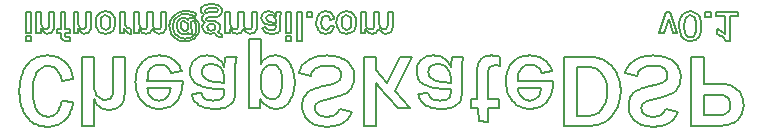
<source format=gbr>
G04 #@! TF.GenerationSoftware,KiCad,Pcbnew,(5.1.2)-1*
G04 #@! TF.CreationDate,2019-05-30T03:48:06-07:00*
G04 #@! TF.ProjectId,dsp2,64737032-2e6b-4696-9361-645f70636258,rev?*
G04 #@! TF.SameCoordinates,Original*
G04 #@! TF.FileFunction,Legend,Bot*
G04 #@! TF.FilePolarity,Positive*
%FSLAX46Y46*%
G04 Gerber Fmt 4.6, Leading zero omitted, Abs format (unit mm)*
G04 Created by KiCad (PCBNEW (5.1.2)-1) date 2019-05-30 03:48:06*
%MOMM*%
%LPD*%
G04 APERTURE LIST*
%ADD10C,0.200000*%
G04 APERTURE END LIST*
D10*
X75598424Y-46270133D02*
X75598424Y-46693657D01*
X133007420Y-53012649D02*
X133007420Y-51260033D01*
X91284886Y-43607481D02*
X91091320Y-43614233D01*
X91091320Y-43614233D02*
X90912219Y-43636208D01*
X90912219Y-43636208D02*
X90751847Y-43676261D01*
X90751847Y-43676261D02*
X90613785Y-43738536D01*
X90613785Y-43738536D02*
X90503718Y-43829306D01*
X90503718Y-43829306D02*
X90431440Y-43957608D01*
X90431440Y-43957608D02*
X90411033Y-44095338D01*
X92096193Y-46091432D02*
X91951444Y-46071776D01*
X91286672Y-46096800D02*
X91477272Y-46085413D01*
X91477272Y-46085413D02*
X91635142Y-46059275D01*
X89912456Y-44665390D02*
X90017890Y-44422355D01*
X90543272Y-45553546D02*
X90573244Y-45724509D01*
X90573244Y-45724509D02*
X90645594Y-45852552D01*
X90645594Y-45852552D02*
X90727335Y-45937755D01*
X92223071Y-44198985D02*
X92193198Y-44028809D01*
X92193198Y-44028809D02*
X92119792Y-43900130D01*
X92119792Y-43900130D02*
X92018073Y-43799853D01*
X92018073Y-43799853D02*
X91985397Y-43775461D01*
X91635142Y-44693989D02*
X91817703Y-44675472D01*
X91817703Y-44675472D02*
X91964809Y-44622321D01*
X91964809Y-44622321D02*
X92065813Y-44551027D01*
X89347757Y-45989572D02*
X89362055Y-46114663D01*
X89211942Y-45167543D02*
X89286875Y-45293683D01*
X89286875Y-45293683D02*
X89324798Y-45456191D01*
X89324798Y-45456191D02*
X89328098Y-45528520D01*
X88997501Y-46143255D02*
X89173739Y-46117489D01*
X89173739Y-46117489D02*
X89300427Y-46043979D01*
X89300427Y-46043979D02*
X89347757Y-45989572D01*
X90761288Y-44197191D02*
X90818885Y-44054518D01*
X90818885Y-44054518D02*
X90907824Y-43980961D01*
X90979305Y-45047817D02*
X90872449Y-44953213D01*
X90872449Y-44953213D02*
X90854214Y-44870901D01*
X91951444Y-46071776D02*
X91848564Y-45973689D01*
X91848564Y-45973689D02*
X91831714Y-45944898D01*
X88563255Y-45943109D02*
X88669421Y-46038515D01*
X88669421Y-46038515D02*
X88800453Y-46108813D01*
X88800453Y-46108813D02*
X88967482Y-46142530D01*
X88967482Y-46142530D02*
X88997501Y-46143255D01*
X90848852Y-44352661D02*
X90766505Y-44234156D01*
X90766505Y-44234156D02*
X90761288Y-44197191D01*
X88954611Y-45029942D02*
X88954611Y-45029942D01*
X88700854Y-45412364D02*
X88725118Y-45236135D01*
X88725118Y-45236135D02*
X88770548Y-45137163D01*
X88541811Y-44928082D02*
X88461153Y-45049782D01*
X88461153Y-45049782D02*
X88405885Y-45201861D01*
X88405885Y-45201861D02*
X88381983Y-45378496D01*
X88381983Y-45378496D02*
X88380979Y-45426660D01*
X91831714Y-45944898D02*
X91933101Y-45846000D01*
X91933101Y-45846000D02*
X92010591Y-45723458D01*
X92010591Y-45723458D02*
X92046144Y-45558255D01*
X92046144Y-45558255D02*
X92046156Y-45555327D01*
X89362055Y-46114663D02*
X89669419Y-46114663D01*
X89022517Y-45851971D02*
X88869129Y-45805200D01*
X88869129Y-45805200D02*
X88791992Y-45728666D01*
X92069387Y-46404170D02*
X92221284Y-46404160D01*
X91544003Y-45757259D02*
X91413765Y-45827289D01*
X91413765Y-45827289D02*
X91302756Y-45839462D01*
X92065813Y-44551027D02*
X92157342Y-44442499D01*
X92157342Y-44442499D02*
X92214009Y-44296179D01*
X92214009Y-44296179D02*
X92223071Y-44198985D01*
X91052573Y-45753685D02*
X90977001Y-45628605D01*
X90977001Y-45628605D02*
X90965009Y-45539242D01*
X91295608Y-45242597D02*
X91466844Y-45271440D01*
X91466844Y-45271440D02*
X91578531Y-45360590D01*
X91578531Y-45360590D02*
X91626370Y-45513175D01*
X91626370Y-45513175D02*
X91627993Y-45555325D01*
X89238747Y-45751898D02*
X89121581Y-45834971D01*
X89121581Y-45834971D02*
X89022517Y-45851971D01*
X89328098Y-45528520D02*
X89286041Y-45687536D01*
X89286041Y-45687536D02*
X89238747Y-45751898D01*
X92046156Y-45555327D02*
X92016409Y-45383627D01*
X92016409Y-45383627D02*
X91943807Y-45256034D01*
X91943807Y-45256034D02*
X91844223Y-45158609D01*
X91052573Y-45324800D02*
X91183246Y-45255452D01*
X91183246Y-45255452D02*
X91295608Y-45242597D01*
X88791992Y-45728666D02*
X88725265Y-45594367D01*
X88725265Y-45594367D02*
X88700875Y-45418714D01*
X88700875Y-45418714D02*
X88700854Y-45412364D01*
X90965009Y-45539242D02*
X91006628Y-45380678D01*
X91006628Y-45380678D02*
X91052573Y-45324800D01*
X90411033Y-44095338D02*
X90447780Y-44259552D01*
X90447780Y-44259552D02*
X90535547Y-44372463D01*
X90535547Y-44372463D02*
X90656072Y-44452987D01*
X90656072Y-44452987D02*
X90673725Y-44461677D01*
X91985397Y-43775461D02*
X91857150Y-43703696D01*
X91857150Y-43703696D02*
X91705579Y-43652731D01*
X91705579Y-43652731D02*
X91535159Y-43621607D01*
X91535159Y-43621607D02*
X91347775Y-43608273D01*
X91347775Y-43608273D02*
X91284886Y-43607481D01*
X90854214Y-44870901D02*
X90914972Y-44749384D01*
X88770548Y-45137163D02*
X88877853Y-45044242D01*
X88877853Y-45044242D02*
X88954611Y-45029942D01*
X91302756Y-45839462D02*
X91133624Y-45807758D01*
X91133624Y-45807758D02*
X91052573Y-45753685D01*
X88954611Y-45029942D02*
X89109856Y-45075618D01*
X89109856Y-45075618D02*
X89211942Y-45167543D01*
X88380979Y-45426660D02*
X88398004Y-45609927D01*
X88398004Y-45609927D02*
X88445446Y-45762660D01*
X88445446Y-45762660D02*
X88518977Y-45889558D01*
X88518977Y-45889558D02*
X88563255Y-45943109D01*
X91313478Y-45001351D02*
X91128707Y-45017408D01*
X91128707Y-45017408D02*
X90979305Y-45047817D01*
X90505745Y-44760109D02*
X90545571Y-44922279D01*
X90545571Y-44922279D02*
X90635004Y-45032972D01*
X90635004Y-45032972D02*
X90753892Y-45115014D01*
X90753892Y-45115014D02*
X90793455Y-45135383D01*
X90914972Y-44749384D02*
X91061029Y-44695415D01*
X91061029Y-44695415D02*
X91099035Y-44693989D01*
X91627993Y-45555325D02*
X91582573Y-45711118D01*
X91582573Y-45711118D02*
X91544003Y-45757259D01*
X91099035Y-44693989D02*
X91635142Y-44693989D01*
X91635142Y-46059275D02*
X91689919Y-46204565D01*
X91689919Y-46204565D02*
X91780376Y-46314368D01*
X91780376Y-46314368D02*
X91911897Y-46383113D01*
X91911897Y-46383113D02*
X92069387Y-46404170D01*
X91844223Y-45158609D02*
X91720276Y-45082090D01*
X91720276Y-45082090D02*
X91571886Y-45029986D01*
X91571886Y-45029986D02*
X91397152Y-45004001D01*
X91397152Y-45004001D02*
X91313478Y-45001351D01*
X92221284Y-46404160D02*
X92221284Y-46091432D01*
X90673725Y-44461677D02*
X90575100Y-44565469D01*
X90575100Y-44565469D02*
X90511283Y-44704039D01*
X90511283Y-44704039D02*
X90505745Y-44760109D01*
X90727335Y-45937755D02*
X90849953Y-46016519D01*
X90849953Y-46016519D02*
X90999755Y-46067499D01*
X90999755Y-46067499D02*
X91174569Y-46092950D01*
X91174569Y-46092950D02*
X91286672Y-46096800D01*
X92221284Y-46091432D02*
X92096193Y-46091432D01*
X90793455Y-45135383D02*
X90680174Y-45222189D01*
X90680174Y-45222189D02*
X90594138Y-45336662D01*
X90594138Y-45336662D02*
X90546649Y-45493201D01*
X90546649Y-45493201D02*
X90543272Y-45553546D01*
X87031778Y-45378411D02*
X87005529Y-45552359D01*
X87005529Y-45552359D02*
X86923142Y-45670088D01*
X86923142Y-45670088D02*
X86778049Y-45725389D01*
X86778049Y-45725389D02*
X86720836Y-45728666D01*
X82644645Y-45601788D02*
X82548208Y-45705354D01*
X82548208Y-45705354D02*
X82401477Y-45758983D01*
X82401477Y-45758983D02*
X82342639Y-45762619D01*
X89571133Y-45281911D02*
X89560412Y-45113931D01*
X82035271Y-44708278D02*
X82136263Y-44607974D01*
X82136263Y-44607974D02*
X82283805Y-44555507D01*
X82283805Y-44555507D02*
X82331917Y-44552808D01*
X87031778Y-44254375D02*
X87031778Y-45378411D01*
X84762263Y-46059265D02*
X85157194Y-46059265D01*
X85182212Y-44254375D02*
X84762263Y-44254375D01*
X87299830Y-45934174D02*
X87386659Y-45819720D01*
X87386659Y-45819720D02*
X87442852Y-45675518D01*
X87442852Y-45675518D02*
X87458876Y-45530307D01*
X86324118Y-44254375D02*
X85891659Y-44254375D01*
X85157194Y-45675056D02*
X85227901Y-45804486D01*
X85227901Y-45804486D02*
X85316995Y-45916779D01*
X85316995Y-45916779D02*
X85428705Y-46007565D01*
X85428705Y-46007565D02*
X85566585Y-46069914D01*
X85566585Y-46069914D02*
X85739958Y-46096548D01*
X85739958Y-46096548D02*
X85759420Y-46096793D01*
X84469189Y-46111061D02*
X84469189Y-45673242D01*
X82342639Y-45762619D02*
X82175496Y-45729222D01*
X82175496Y-45729222D02*
X82061970Y-45641407D01*
X82061970Y-45641407D02*
X82029910Y-45596427D01*
X84469189Y-45673242D02*
X84289774Y-45652448D01*
X84289774Y-45652448D02*
X84152819Y-45589078D01*
X84152819Y-45589078D02*
X84059928Y-45481600D01*
X84059928Y-45481600D02*
X84056388Y-45474883D01*
X83956314Y-45090673D02*
X83956316Y-44254375D01*
X89077917Y-46511381D02*
X88892340Y-46496899D01*
X88892340Y-46496899D02*
X88728135Y-46456198D01*
X88728135Y-46456198D02*
X88588169Y-46395747D01*
X88588169Y-46395747D02*
X88465143Y-46318157D01*
X88465143Y-46318157D02*
X88356316Y-46225640D01*
X88356316Y-46225640D02*
X88341664Y-46211162D01*
X90035760Y-45639315D02*
X90018359Y-45823361D01*
X90018359Y-45823361D02*
X89971250Y-45977501D01*
X89971250Y-45977501D02*
X89900496Y-46107171D01*
X89900496Y-46107171D02*
X89809780Y-46217328D01*
X89809780Y-46217328D02*
X89755197Y-46268346D01*
X89908881Y-45181838D02*
X89977979Y-45313350D01*
X89977979Y-45313350D02*
X90021850Y-45470448D01*
X90021850Y-45470448D02*
X90035760Y-45639315D01*
X84133231Y-45996719D02*
X84254447Y-46075864D01*
X84254447Y-46075864D02*
X84415580Y-46112876D01*
X87458876Y-45530307D02*
X87458876Y-44254375D01*
X84762263Y-44254375D02*
X84762263Y-46059265D01*
X82029910Y-45596427D02*
X81967525Y-45456788D01*
X81967525Y-45456788D02*
X81934191Y-45286332D01*
X81934191Y-45286332D02*
X81928050Y-45158607D01*
X86431339Y-45596427D02*
X86361479Y-45466182D01*
X86361479Y-45466182D02*
X86328152Y-45298549D01*
X86328152Y-45298549D02*
X86324118Y-45201496D01*
X85891659Y-44254375D02*
X85891659Y-45378411D01*
X85182212Y-45201496D02*
X85182212Y-44254375D01*
X85301942Y-45591066D02*
X85227384Y-45465347D01*
X85227384Y-45465347D02*
X85187925Y-45304315D01*
X85187925Y-45304315D02*
X85182212Y-45201496D01*
X85759420Y-46096793D02*
X85935121Y-46072350D01*
X85935121Y-46072350D02*
X86069401Y-46005850D01*
X86069401Y-46005850D02*
X86169527Y-45905785D01*
X86169527Y-45905785D02*
X86241693Y-45777848D01*
X86241693Y-45777848D02*
X86277655Y-45675056D01*
X86324118Y-45201496D02*
X86324118Y-44254375D01*
X86720836Y-45728666D02*
X86555111Y-45694168D01*
X86555111Y-45694168D02*
X86441056Y-45607791D01*
X86441056Y-45607791D02*
X86431339Y-45596427D01*
X88931381Y-44738657D02*
X88761132Y-44768577D01*
X88761132Y-44768577D02*
X88633090Y-44840540D01*
X88633090Y-44840540D02*
X88541811Y-44928082D01*
X83956316Y-44254375D02*
X83548876Y-44254375D01*
X89306655Y-44931656D02*
X89206185Y-44831567D01*
X89206185Y-44831567D02*
X89076083Y-44761589D01*
X89076083Y-44761589D02*
X88931381Y-44738657D01*
X89110083Y-44198978D02*
X88918003Y-44208483D01*
X88918003Y-44208483D02*
X88744710Y-44235738D01*
X88744710Y-44235738D02*
X88586341Y-44279763D01*
X88586341Y-44279763D02*
X88444418Y-44338550D01*
X88444418Y-44338550D02*
X88316211Y-44411442D01*
X88316211Y-44411442D02*
X88201483Y-44496973D01*
X88201483Y-44496973D02*
X88118287Y-44574252D01*
X89610449Y-44745805D02*
X89445053Y-44780901D01*
X89445053Y-44780901D02*
X89338490Y-44874763D01*
X89338490Y-44874763D02*
X89306655Y-44931656D01*
X90017890Y-44422355D02*
X89881148Y-44358368D01*
X89881148Y-44358368D02*
X89734982Y-44302465D01*
X89734982Y-44302465D02*
X89580001Y-44256799D01*
X89580001Y-44256799D02*
X89412351Y-44222595D01*
X89412351Y-44222595D02*
X89231623Y-44202743D01*
X89231623Y-44202743D02*
X89110083Y-44198978D01*
X88323794Y-44756527D02*
X88428445Y-44660410D01*
X88428445Y-44660410D02*
X88549593Y-44581120D01*
X88549593Y-44581120D02*
X88689350Y-44519501D01*
X88689350Y-44519501D02*
X88847745Y-44477584D01*
X88847745Y-44477584D02*
X89027197Y-44456622D01*
X89027197Y-44456622D02*
X89110083Y-44454521D01*
X84056388Y-45474883D02*
X83997131Y-45333167D01*
X83997131Y-45333167D02*
X83960681Y-45168896D01*
X83960681Y-45168896D02*
X83956314Y-45090673D01*
X83917002Y-45628594D02*
X83972516Y-45774136D01*
X83972516Y-45774136D02*
X84045711Y-45900968D01*
X84045711Y-45900968D02*
X84133231Y-45996719D01*
X85157194Y-46059265D02*
X85157194Y-45675056D01*
X90285943Y-45639315D02*
X90271138Y-45453714D01*
X90271138Y-45453714D02*
X90231478Y-45293262D01*
X90231478Y-45293262D02*
X90172031Y-45152273D01*
X90172031Y-45152273D02*
X90096595Y-45027603D01*
X90096595Y-45027603D02*
X90089370Y-45017433D01*
X85600375Y-45734028D02*
X85436433Y-45697865D01*
X85436433Y-45697865D02*
X85321510Y-45612785D01*
X85321510Y-45612785D02*
X85301942Y-45591066D01*
X90089370Y-45017433D02*
X89997157Y-44909523D01*
X89997157Y-44909523D02*
X89884959Y-44821688D01*
X89884959Y-44821688D02*
X89743710Y-44762121D01*
X89743710Y-44762121D02*
X89610449Y-44745805D01*
X89935687Y-46434539D02*
X90035792Y-46333104D01*
X90035792Y-46333104D02*
X90122149Y-46219046D01*
X90122149Y-46219046D02*
X90193873Y-46088541D01*
X90193873Y-46088541D02*
X90247154Y-45940832D01*
X90247154Y-45940832D02*
X90279110Y-45770331D01*
X90279110Y-45770331D02*
X90285943Y-45639315D01*
X89070769Y-46750842D02*
X89260462Y-46739412D01*
X89260462Y-46739412D02*
X89434527Y-46706127D01*
X89434527Y-46706127D02*
X89585336Y-46655904D01*
X89585336Y-46655904D02*
X89720616Y-46590309D01*
X89720616Y-46590309D02*
X89842288Y-46511095D01*
X89842288Y-46511095D02*
X89935687Y-46434539D01*
X84415580Y-46112876D02*
X84469189Y-46111061D01*
X82317619Y-44216848D02*
X82317619Y-44216848D01*
X88118287Y-44574252D02*
X88024341Y-44680830D01*
X88024341Y-44680830D02*
X87941068Y-44797999D01*
X87941068Y-44797999D02*
X87870081Y-44927156D01*
X87870081Y-44927156D02*
X87813206Y-45070550D01*
X87813206Y-45070550D02*
X87773001Y-45231235D01*
X87773001Y-45231235D02*
X87753081Y-45415474D01*
X87753081Y-45415474D02*
X87751948Y-45473122D01*
X85891659Y-45378411D02*
X85867234Y-45554530D01*
X85867234Y-45554530D02*
X85788120Y-45676036D01*
X85788120Y-45676036D02*
X85643713Y-45731892D01*
X85643713Y-45731892D02*
X85600375Y-45734028D01*
X87458876Y-44254375D02*
X87031778Y-44254375D01*
X89646189Y-44994201D02*
X89791731Y-45049365D01*
X89791731Y-45049365D02*
X89888514Y-45152649D01*
X89888514Y-45152649D02*
X89908881Y-45181838D01*
X89560412Y-45113931D02*
X89640828Y-44994319D01*
X89640828Y-44994319D02*
X89646189Y-44994201D01*
X86277655Y-45675056D02*
X86352584Y-45800531D01*
X86352584Y-45800531D02*
X86442619Y-45910537D01*
X86442619Y-45910537D02*
X86552019Y-46001400D01*
X86552019Y-46001400D02*
X86686829Y-46066814D01*
X86686829Y-46066814D02*
X86858250Y-46096452D01*
X86858250Y-46096452D02*
X86879881Y-46096793D01*
X83548876Y-44254375D02*
X83548876Y-46059265D01*
X83917002Y-46059265D02*
X83917002Y-45628594D01*
X81928050Y-45158607D02*
X81940934Y-44970912D01*
X81940934Y-44970912D02*
X81981792Y-44810949D01*
X81981792Y-44810949D02*
X82035271Y-44708278D01*
X83548876Y-46059265D02*
X83917002Y-46059265D01*
X88137945Y-46384503D02*
X88245696Y-46477205D01*
X88245696Y-46477205D02*
X88363999Y-46559264D01*
X88363999Y-46559264D02*
X88494466Y-46629427D01*
X88494466Y-46629427D02*
X88638471Y-46685789D01*
X88638471Y-46685789D02*
X88798511Y-46726305D01*
X88798511Y-46726305D02*
X88976928Y-46748071D01*
X88976928Y-46748071D02*
X89070769Y-46750842D01*
X82331917Y-44552808D02*
X82331917Y-44552808D01*
X87751948Y-45473122D02*
X87764118Y-45661092D01*
X87764118Y-45661092D02*
X87797814Y-45827662D01*
X87797814Y-45827662D02*
X87849579Y-45976153D01*
X87849579Y-45976153D02*
X87916945Y-46109433D01*
X87916945Y-46109433D02*
X87997957Y-46229479D01*
X87997957Y-46229479D02*
X88090848Y-46337642D01*
X88090848Y-46337642D02*
X88137945Y-46384503D01*
X89110083Y-44454521D02*
X89299127Y-44466590D01*
X89299127Y-44466590D02*
X89468886Y-44497628D01*
X89468886Y-44497628D02*
X89630642Y-44544521D01*
X89630642Y-44544521D02*
X89776223Y-44600840D01*
X89776223Y-44600840D02*
X89912456Y-44665390D01*
X89669419Y-46114663D02*
X89571133Y-45281911D01*
X86879881Y-46096793D02*
X87058182Y-46074748D01*
X87058182Y-46074748D02*
X87200470Y-46013917D01*
X87200470Y-46013917D02*
X87299830Y-45934174D01*
X88045019Y-45471335D02*
X88060152Y-45285593D01*
X88060152Y-45285593D02*
X88100540Y-45125824D01*
X88100540Y-45125824D02*
X88163292Y-44981381D01*
X88163292Y-44981381D02*
X88241187Y-44857209D01*
X88241187Y-44857209D02*
X88323794Y-44756527D01*
X88341664Y-46211162D02*
X88248572Y-46103997D01*
X88248572Y-46103997D02*
X88169558Y-45982498D01*
X88169558Y-45982498D02*
X88107243Y-45844779D01*
X88107243Y-45844779D02*
X88064289Y-45686375D01*
X88064289Y-45686375D02*
X88045373Y-45501646D01*
X88045373Y-45501646D02*
X88045019Y-45471335D01*
X89755197Y-46268346D02*
X89639959Y-46355149D01*
X89639959Y-46355149D02*
X89509409Y-46425485D01*
X89509409Y-46425485D02*
X89360302Y-46477113D01*
X89360302Y-46477113D02*
X89188929Y-46506453D01*
X89188929Y-46506453D02*
X89077917Y-46511381D01*
X80003428Y-45641102D02*
X80070064Y-45775746D01*
X80070064Y-45775746D02*
X80151316Y-45894950D01*
X80151316Y-45894950D02*
X80253137Y-45995406D01*
X80253137Y-45995406D02*
X80381314Y-46067298D01*
X80381314Y-46067298D02*
X80550256Y-46096793D01*
X77987669Y-45419512D02*
X77987669Y-44254375D01*
X78929430Y-46059292D02*
X79329723Y-46059292D01*
X77412249Y-46096793D02*
X77589346Y-46073307D01*
X77589346Y-46073307D02*
X77730278Y-46011913D01*
X77730278Y-46011913D02*
X77817902Y-45946683D01*
X78536284Y-44254375D02*
X78536284Y-45742963D01*
X76493720Y-44254375D02*
X76493720Y-46059265D01*
X76901161Y-44254375D02*
X76493720Y-44254375D01*
X76865421Y-45641102D02*
X76932057Y-45775746D01*
X76932057Y-45775746D02*
X77013309Y-45894950D01*
X77013309Y-45894950D02*
X77115130Y-45995406D01*
X77115130Y-45995406D02*
X77243307Y-46067298D01*
X77243307Y-46067298D02*
X77412249Y-46096793D01*
X80039168Y-44254375D02*
X79631727Y-44254375D01*
X80550256Y-46096793D02*
X80727353Y-46073307D01*
X80727353Y-46073307D02*
X80868286Y-46011913D01*
X80868286Y-46011913D02*
X80955910Y-45946683D01*
X79184973Y-46734759D02*
X79329721Y-46731187D01*
X75598424Y-46693657D02*
X76005864Y-46693657D01*
X76493720Y-46059265D02*
X76865421Y-46059265D01*
X76865421Y-46059265D02*
X76865421Y-45641102D01*
X81125676Y-45419512D02*
X81125676Y-44254375D01*
X83173601Y-45163968D02*
X83160358Y-44973650D01*
X83160358Y-44973650D02*
X83123483Y-44810344D01*
X83123483Y-44810344D02*
X83064366Y-44665997D01*
X83064366Y-44665997D02*
X82987111Y-44543236D01*
X82987111Y-44543236D02*
X82930567Y-44475965D01*
X82939502Y-45837675D02*
X83026757Y-45723146D01*
X83026757Y-45723146D02*
X83095487Y-45591052D01*
X83095487Y-45591052D02*
X83144177Y-45438364D01*
X83144177Y-45438364D02*
X83170025Y-45264025D01*
X83170025Y-45264025D02*
X83173601Y-45163968D01*
X82344424Y-46096793D02*
X82528255Y-46078439D01*
X82528255Y-46078439D02*
X82679793Y-46029712D01*
X82679793Y-46029712D02*
X82807399Y-45956673D01*
X82807399Y-45956673D02*
X82915102Y-45863799D01*
X82915102Y-45863799D02*
X82939502Y-45837675D01*
X79631727Y-46059265D02*
X80003428Y-46059265D01*
X79329721Y-46411311D02*
X79224287Y-46416697D01*
X80636033Y-45650038D02*
X80515553Y-45729784D01*
X80515553Y-45729784D02*
X80437673Y-45741176D01*
X79224287Y-46416697D02*
X79047925Y-46393027D01*
X79047925Y-46393027D02*
X79013419Y-46375594D01*
X78940151Y-46280882D02*
X78929529Y-46091008D01*
X78929529Y-46091008D02*
X78929430Y-46059292D01*
X81727902Y-45830526D02*
X81830412Y-45928740D01*
X81830412Y-45928740D02*
X81951528Y-46007644D01*
X81951528Y-46007644D02*
X82095798Y-46064425D01*
X82095798Y-46064425D02*
X82267553Y-46093991D01*
X82267553Y-46093991D02*
X82344424Y-46096793D01*
X78929430Y-45742989D02*
X78929429Y-44254375D01*
X79329723Y-46059292D02*
X79329723Y-45742989D01*
X78536284Y-46059265D02*
X78536284Y-46148616D01*
X78536284Y-46148616D02*
X78554093Y-46331074D01*
X78554093Y-46331074D02*
X78605209Y-46480247D01*
X78605209Y-46480247D02*
X78664950Y-46573927D01*
X82317619Y-44216848D02*
X82134142Y-44233856D01*
X82134142Y-44233856D02*
X81981378Y-44281186D01*
X81981378Y-44281186D02*
X81854112Y-44354771D01*
X81854112Y-44354771D02*
X81749893Y-44450598D01*
X81749893Y-44450598D02*
X81706458Y-44504558D01*
X80955910Y-45946683D02*
X81044747Y-45831990D01*
X81044747Y-45831990D02*
X81098388Y-45685346D01*
X81098388Y-45685346D02*
X81123223Y-45506816D01*
X81123223Y-45506816D02*
X81125676Y-45419512D01*
X77020891Y-45601788D02*
X76946910Y-45474755D01*
X76946910Y-45474755D02*
X76908467Y-45311855D01*
X76908467Y-45311855D02*
X76901161Y-45181838D01*
X80718236Y-44254375D02*
X80718236Y-45381985D01*
X81125676Y-44254375D02*
X80718236Y-44254375D01*
X80158898Y-45601788D02*
X80084917Y-45474755D01*
X80084917Y-45474755D02*
X80046474Y-45311855D01*
X80046474Y-45311855D02*
X80039168Y-45181838D01*
X80437673Y-45741176D02*
X80277892Y-45700814D01*
X80277892Y-45700814D02*
X80166890Y-45610888D01*
X80166890Y-45610888D02*
X80158898Y-45601788D01*
X75598424Y-46059265D02*
X76005864Y-46059265D01*
X75598424Y-44254375D02*
X75598424Y-46059265D01*
X80718236Y-45381985D02*
X80691768Y-45556002D01*
X80691768Y-45556002D02*
X80636033Y-45650038D01*
X77498026Y-45650038D02*
X77377546Y-45729784D01*
X77377546Y-45729784D02*
X77299667Y-45741176D01*
X79329721Y-46731187D02*
X79329721Y-46411311D01*
X77987669Y-44254375D02*
X77580229Y-44254375D01*
X78268231Y-45742963D02*
X78268231Y-46059265D01*
X77299667Y-45741176D02*
X77139886Y-45700814D01*
X77139886Y-45700814D02*
X77028883Y-45610888D01*
X77028883Y-45610888D02*
X77020891Y-45601788D01*
X77580229Y-45381985D02*
X77553761Y-45556002D01*
X77553761Y-45556002D02*
X77498026Y-45650038D01*
X77817902Y-45946683D02*
X77906740Y-45831990D01*
X77906740Y-45831990D02*
X77960381Y-45685346D01*
X77960381Y-45685346D02*
X77985216Y-45506816D01*
X77985216Y-45506816D02*
X77987669Y-45419512D01*
X79013419Y-46375594D02*
X78940151Y-46280882D01*
X78536284Y-45742963D02*
X78268231Y-45742963D01*
X78929429Y-44254375D02*
X78536284Y-44254375D01*
X78268231Y-46059265D02*
X78536284Y-46059265D01*
X76901161Y-45181838D02*
X76901161Y-44254375D01*
X76005864Y-46059265D02*
X76005864Y-44254375D01*
X82742931Y-45165755D02*
X82729747Y-45352805D01*
X82729747Y-45352805D02*
X82688644Y-45512308D01*
X82688644Y-45512308D02*
X82644645Y-45601788D01*
X82331917Y-44552808D02*
X82499842Y-44585500D01*
X82499842Y-44585500D02*
X82615239Y-44672891D01*
X82615239Y-44672891D02*
X82688539Y-44800919D01*
X82688539Y-44800919D02*
X82729000Y-44960857D01*
X82729000Y-44960857D02*
X82742832Y-45147042D01*
X82742832Y-45147042D02*
X82742931Y-45165755D01*
X82930567Y-44475965D02*
X82825604Y-44380179D01*
X82825604Y-44380179D02*
X82700897Y-44301992D01*
X82700897Y-44301992D02*
X82553589Y-44246342D01*
X82553589Y-44246342D02*
X82378425Y-44218631D01*
X82378425Y-44218631D02*
X82317619Y-44216848D01*
X81706458Y-44504558D02*
X81628015Y-44627580D01*
X81628015Y-44627580D02*
X81564878Y-44765415D01*
X81564878Y-44765415D02*
X81520027Y-44920605D01*
X81520027Y-44920605D02*
X81497252Y-45098565D01*
X81497252Y-45098565D02*
X81495590Y-45163968D01*
X81495590Y-45163968D02*
X81509267Y-45350355D01*
X81509267Y-45350355D02*
X81547700Y-45513083D01*
X81547700Y-45513083D02*
X81607661Y-45655375D01*
X81607661Y-45655375D02*
X81685971Y-45778876D01*
X81685971Y-45778876D02*
X81727902Y-45830526D01*
X80003428Y-46059265D02*
X80003428Y-45641102D01*
X76005864Y-44254375D02*
X75598424Y-44254375D01*
X79631727Y-44254375D02*
X79631727Y-46059265D01*
X76005864Y-46693657D02*
X76005864Y-46270133D01*
X80039168Y-45181838D02*
X80039168Y-44254375D01*
X77580229Y-44254375D02*
X77580229Y-45381985D01*
X79329723Y-45742989D02*
X78929430Y-45742989D01*
X78664950Y-46573927D02*
X78777141Y-46661887D01*
X78777141Y-46661887D02*
X78927392Y-46711932D01*
X78927392Y-46711932D02*
X79107472Y-46733065D01*
X79107472Y-46733065D02*
X79184973Y-46734759D01*
X135917031Y-44613566D02*
X135917031Y-44254375D01*
X132687882Y-46105728D02*
X132736150Y-45953660D01*
X132736150Y-45953660D02*
X132772954Y-45788394D01*
X132772954Y-45788394D02*
X132792269Y-45606941D01*
X132792269Y-45606941D02*
X132793319Y-45555325D01*
X129171028Y-46059265D02*
X129596338Y-46059265D01*
X133581396Y-44254375D02*
X133140002Y-44254375D01*
X134934168Y-46743694D02*
X135227237Y-46743694D01*
X133140002Y-44722574D02*
X133581396Y-44722574D01*
X135227237Y-44613566D02*
X135917031Y-44613566D01*
X134725085Y-46500659D02*
X134826260Y-46600090D01*
X134826260Y-46600090D02*
X134915057Y-46712097D01*
X134915057Y-46712097D02*
X134934168Y-46743694D01*
X131844410Y-44216848D02*
X131844410Y-44216848D01*
X131163557Y-46379142D02*
X131254846Y-46488041D01*
X131254846Y-46488041D02*
X131362494Y-46581592D01*
X131362494Y-46581592D02*
X131488749Y-46656068D01*
X131488749Y-46656068D02*
X131637795Y-46707649D01*
X131637795Y-46707649D02*
X131815250Y-46730660D01*
X131815250Y-46730660D02*
X131847982Y-46731185D01*
X129596338Y-46059265D02*
X130018076Y-44835156D01*
X135227237Y-46743694D02*
X135227237Y-44613566D01*
X134499923Y-46318383D02*
X134615438Y-46406006D01*
X134615438Y-46406006D02*
X134723926Y-46499626D01*
X134723926Y-46499626D02*
X134725085Y-46500659D01*
X133140002Y-44254375D02*
X133140002Y-44722574D01*
X132339498Y-45564261D02*
X132328915Y-45754603D01*
X132328915Y-45754603D02*
X132299954Y-45926567D01*
X132299954Y-45926567D02*
X132255657Y-46083989D01*
X132255657Y-46083989D02*
X132237638Y-46134320D01*
X129798272Y-44254375D02*
X129171028Y-46059265D01*
X131847982Y-46731185D02*
X132032051Y-46714902D01*
X132032051Y-46714902D02*
X132187462Y-46670059D01*
X132187462Y-46670059D02*
X132319062Y-46601371D01*
X132319062Y-46601371D02*
X132369795Y-46564992D01*
X131842709Y-44561742D02*
X132013610Y-44591460D01*
X132013610Y-44591460D02*
X132136161Y-44669506D01*
X132136161Y-44669506D02*
X132142927Y-44676112D01*
X134784057Y-46153977D02*
X134675361Y-46062287D01*
X134675361Y-46062287D02*
X134560875Y-45973093D01*
X134560875Y-45973093D02*
X134442719Y-45889747D01*
X134442719Y-45889747D02*
X134318491Y-45812682D01*
X134318491Y-45812682D02*
X134185762Y-45743785D01*
X134185762Y-45743785D02*
X134117501Y-45714371D01*
X133581396Y-44722574D02*
X133581396Y-44254375D01*
X132695031Y-44847666D02*
X132634080Y-44707234D01*
X132634080Y-44707234D02*
X132557934Y-44582658D01*
X132557934Y-44582658D02*
X132467227Y-44473053D01*
X132467227Y-44473053D02*
X132382301Y-44393762D01*
X134117501Y-46153977D02*
X134261785Y-46210124D01*
X134261785Y-46210124D02*
X134403029Y-46269444D01*
X134403029Y-46269444D02*
X134499923Y-46318383D01*
X135917031Y-44254375D02*
X134049594Y-44254375D01*
X131851644Y-46404160D02*
X131683399Y-46372118D01*
X131683399Y-46372118D02*
X131562789Y-46289683D01*
X131562789Y-46289683D02*
X131478319Y-46173179D01*
X131478319Y-46173179D02*
X131419881Y-46030061D01*
X131419881Y-46030061D02*
X131382250Y-45866420D01*
X131382250Y-45866420D02*
X131361527Y-45686314D01*
X131361527Y-45686314D02*
X131354855Y-45492346D01*
X131354855Y-45492346D02*
X131354850Y-45485632D01*
X130909799Y-45448104D02*
X130917397Y-45641742D01*
X130917397Y-45641742D02*
X130939823Y-45819586D01*
X130939823Y-45819586D02*
X130977581Y-45985976D01*
X130977581Y-45985976D02*
X131029097Y-46135397D01*
X131029097Y-46135397D02*
X131094866Y-46271505D01*
X131094866Y-46271505D02*
X131163557Y-46379142D01*
X130018076Y-44835156D02*
X130429089Y-46059265D01*
X132382301Y-44393762D02*
X132262109Y-44313017D01*
X132262109Y-44313017D02*
X132119294Y-44254391D01*
X132119294Y-44254391D02*
X131949393Y-44221777D01*
X131949393Y-44221777D02*
X131844410Y-44216848D01*
X134784057Y-44613566D02*
X134784057Y-46153977D01*
X134049594Y-44254375D02*
X134049594Y-44613566D01*
X132142927Y-44676112D02*
X132227844Y-44791521D01*
X132227844Y-44791521D02*
X132284196Y-44935578D01*
X132284196Y-44935578D02*
X132298396Y-44995989D01*
X132369795Y-46564992D02*
X132475397Y-46468977D01*
X132475397Y-46468977D02*
X132564232Y-46356681D01*
X132564232Y-46356681D02*
X132637482Y-46227963D01*
X132637482Y-46227963D02*
X132687882Y-46105728D01*
X131460287Y-44815499D02*
X131536481Y-44688940D01*
X131536481Y-44688940D02*
X131649824Y-44601726D01*
X131649824Y-44601726D02*
X131811095Y-44562596D01*
X131811095Y-44562596D02*
X131842709Y-44561742D01*
X131842709Y-44561742D02*
X131842709Y-44561742D01*
X130429089Y-46059265D02*
X130748967Y-46059265D01*
X130136020Y-44254375D02*
X129798272Y-44254375D01*
X130748967Y-46059265D02*
X130136020Y-44254375D01*
X132793319Y-45555325D02*
X132787782Y-45359575D01*
X132787782Y-45359575D02*
X132770532Y-45176254D01*
X132770532Y-45176254D02*
X132740166Y-45005036D01*
X132740166Y-45005036D02*
X132695604Y-44849288D01*
X132695604Y-44849288D02*
X132695031Y-44847666D01*
X134117501Y-45714371D02*
X134117501Y-46153977D01*
X132237638Y-46134320D02*
X132167088Y-46264188D01*
X132167088Y-46264188D02*
X132058893Y-46356629D01*
X132058893Y-46356629D02*
X131903093Y-46401835D01*
X131903093Y-46401835D02*
X131851644Y-46404160D01*
X134049594Y-44613566D02*
X134784057Y-44613566D01*
X131354850Y-45485632D02*
X131361284Y-45289807D01*
X131361284Y-45289807D02*
X131381260Y-45109582D01*
X131381260Y-45109582D02*
X131416494Y-44943948D01*
X131416494Y-44943948D02*
X131460287Y-44815499D01*
X132298396Y-44995989D02*
X132323389Y-45171715D01*
X132323389Y-45171715D02*
X132335835Y-45361799D01*
X132335835Y-45361799D02*
X132339496Y-45561073D01*
X132339496Y-45561073D02*
X132339498Y-45564261D01*
X131152830Y-44563529D02*
X131076072Y-44689599D01*
X131076072Y-44689599D02*
X131013683Y-44827287D01*
X131013683Y-44827287D02*
X130965217Y-44978867D01*
X130965217Y-44978867D02*
X130931357Y-45145387D01*
X130931357Y-45145387D02*
X130912846Y-45330304D01*
X130912846Y-45330304D02*
X130909799Y-45448104D01*
X106065328Y-46096793D02*
X106243628Y-46074748D01*
X106243628Y-46074748D02*
X106385917Y-46013917D01*
X106385917Y-46013917D02*
X106485277Y-45934174D01*
X104944866Y-46096793D02*
X105120567Y-46072350D01*
X105120567Y-46072350D02*
X105254847Y-46005850D01*
X105254847Y-46005850D02*
X105354973Y-45905785D01*
X105354973Y-45905785D02*
X105427140Y-45777848D01*
X105427140Y-45777848D02*
X105463102Y-45675056D01*
X105077106Y-44254375D02*
X105077106Y-45378411D01*
X105509564Y-45201496D02*
X105509564Y-44254375D01*
X104487389Y-45591066D02*
X104412831Y-45465347D01*
X104412831Y-45465347D02*
X104373372Y-45304315D01*
X104373372Y-45304315D02*
X104367659Y-45201496D01*
X102128523Y-45830526D02*
X102231033Y-45928740D01*
X102231033Y-45928740D02*
X102352148Y-46007644D01*
X102352148Y-46007644D02*
X102496418Y-46064425D01*
X102496418Y-46064425D02*
X102668173Y-46093991D01*
X102668173Y-46093991D02*
X102745044Y-46096793D01*
X102435892Y-44708278D02*
X102536884Y-44607974D01*
X102536884Y-44607974D02*
X102684425Y-44555507D01*
X102684425Y-44555507D02*
X102732537Y-44552808D01*
X99841137Y-44254375D02*
X99399743Y-44254375D01*
X102107078Y-44504558D02*
X102028635Y-44627580D01*
X102028635Y-44627580D02*
X101965498Y-44765415D01*
X101965498Y-44765415D02*
X101920647Y-44920605D01*
X101920647Y-44920605D02*
X101897872Y-45098565D01*
X101897872Y-45098565D02*
X101896210Y-45163968D01*
X100407622Y-45830528D02*
X100507358Y-45931417D01*
X100507358Y-45931417D02*
X100627441Y-46012251D01*
X100627441Y-46012251D02*
X100772238Y-46068969D01*
X100772238Y-46068969D02*
X100946623Y-46095659D01*
X100946623Y-46095659D02*
X100993765Y-46096794D01*
X100387965Y-44488476D02*
X100310892Y-44612150D01*
X100310892Y-44612150D02*
X100250593Y-44752564D01*
X100250593Y-44752564D02*
X100209236Y-44911420D01*
X100209236Y-44911420D02*
X100189195Y-45092089D01*
X100189195Y-45092089D02*
X100187819Y-45156821D01*
X105077106Y-45378411D02*
X105052681Y-45554530D01*
X105052681Y-45554530D02*
X104973567Y-45676036D01*
X104973567Y-45676036D02*
X104829160Y-45731892D01*
X104829160Y-45731892D02*
X104785822Y-45734028D01*
X98936904Y-44254375D02*
X98529464Y-44254375D01*
X101696063Y-45474911D02*
X101345808Y-45426660D01*
X105509564Y-44254375D02*
X105077106Y-44254375D01*
X105616785Y-45596427D02*
X105546925Y-45466182D01*
X105546925Y-45466182D02*
X105513598Y-45298549D01*
X105513598Y-45298549D02*
X105509564Y-45201496D01*
X98529464Y-46693657D02*
X98936904Y-46693657D01*
X105906283Y-45728666D02*
X105740558Y-45694168D01*
X105740558Y-45694168D02*
X105626502Y-45607791D01*
X105626502Y-45607791D02*
X105616785Y-45596427D01*
X102732537Y-44552808D02*
X102732537Y-44552808D01*
X103340122Y-45837675D02*
X103427377Y-45723146D01*
X103427377Y-45723146D02*
X103496108Y-45591052D01*
X103496108Y-45591052D02*
X103544798Y-45438364D01*
X103544798Y-45438364D02*
X103570646Y-45264025D01*
X103570646Y-45264025D02*
X103574222Y-45163968D01*
X102718239Y-44216848D02*
X102718239Y-44216848D01*
X102745044Y-46096793D02*
X102928876Y-46078439D01*
X102928876Y-46078439D02*
X103080413Y-46029712D01*
X103080413Y-46029712D02*
X103208019Y-45956673D01*
X103208019Y-45956673D02*
X103315722Y-45863799D01*
X103315722Y-45863799D02*
X103340122Y-45837675D01*
X103045265Y-45601788D02*
X102948829Y-45705354D01*
X102948829Y-45705354D02*
X102802097Y-45758983D01*
X102802097Y-45758983D02*
X102743259Y-45762619D01*
X103143551Y-45165755D02*
X103130367Y-45352805D01*
X103130367Y-45352805D02*
X103089264Y-45512308D01*
X103089264Y-45512308D02*
X103045265Y-45601788D01*
X100716777Y-44720786D02*
X100816324Y-44620126D01*
X100816324Y-44620126D02*
X100969597Y-44572988D01*
X100969597Y-44572988D02*
X100990191Y-44572464D01*
X101896210Y-45163968D02*
X101909887Y-45350355D01*
X101909887Y-45350355D02*
X101948320Y-45513083D01*
X101948320Y-45513083D02*
X102008281Y-45655375D01*
X102008281Y-45655375D02*
X102086592Y-45778876D01*
X102086592Y-45778876D02*
X102128523Y-45830526D01*
X101345808Y-44917360D02*
X101696063Y-44881620D01*
X99841137Y-44722574D02*
X99841137Y-44254375D01*
X100187819Y-45156821D02*
X100200474Y-45344249D01*
X100200474Y-45344249D02*
X100236314Y-45508441D01*
X100236314Y-45508441D02*
X100293783Y-45654558D01*
X100293783Y-45654558D02*
X100368727Y-45779905D01*
X100368727Y-45779905D02*
X100407622Y-45830528D01*
X100963385Y-44216849D02*
X100781563Y-44235036D01*
X100781563Y-44235036D02*
X100628859Y-44286622D01*
X100628859Y-44286622D02*
X100505894Y-44364506D01*
X100505894Y-44364506D02*
X100406040Y-44465124D01*
X100406040Y-44465124D02*
X100387965Y-44488476D01*
X103574222Y-45163968D02*
X103560979Y-44973650D01*
X103560979Y-44973650D02*
X103524104Y-44810344D01*
X103524104Y-44810344D02*
X103464986Y-44665997D01*
X103464986Y-44665997D02*
X103387731Y-44543236D01*
X103387731Y-44543236D02*
X103331187Y-44475965D01*
X100620277Y-45142523D02*
X100633719Y-44955825D01*
X100633719Y-44955825D02*
X100676695Y-44797527D01*
X100676695Y-44797527D02*
X100716777Y-44720786D01*
X100713202Y-45580343D02*
X100657142Y-45436210D01*
X100657142Y-45436210D02*
X100626128Y-45266849D01*
X100626128Y-45266849D02*
X100620277Y-45142523D01*
X101015209Y-45762619D02*
X100850765Y-45725351D01*
X100850765Y-45725351D02*
X100744014Y-45630739D01*
X100744014Y-45630739D02*
X100713202Y-45580343D01*
X99399743Y-44254375D02*
X99399743Y-44722574D01*
X98936904Y-46693657D02*
X98936904Y-44254375D01*
X103947709Y-46059265D02*
X104342641Y-46059265D01*
X103947709Y-44254375D02*
X103947709Y-46059265D01*
X104342641Y-45675056D02*
X104413348Y-45804486D01*
X104413348Y-45804486D02*
X104502442Y-45916779D01*
X104502442Y-45916779D02*
X104614152Y-46007565D01*
X104614152Y-46007565D02*
X104752032Y-46069914D01*
X104752032Y-46069914D02*
X104925404Y-46096548D01*
X104925404Y-46096548D02*
X104944866Y-46096793D01*
X106217224Y-44254375D02*
X106217224Y-45378411D01*
X98529464Y-44254375D02*
X98529464Y-46693657D01*
X101345808Y-44917359D02*
X101345808Y-44917359D01*
X102718239Y-44216848D02*
X102534762Y-44233856D01*
X102534762Y-44233856D02*
X102381998Y-44281186D01*
X102381998Y-44281186D02*
X102254732Y-44354771D01*
X102254732Y-44354771D02*
X102150513Y-44450598D01*
X102150513Y-44450598D02*
X102107078Y-44504558D01*
X101696063Y-44881620D02*
X101653983Y-44722331D01*
X101653983Y-44722331D02*
X101593078Y-44579965D01*
X101593078Y-44579965D02*
X101512189Y-44458682D01*
X101512189Y-44458682D02*
X101433372Y-44379467D01*
X102328670Y-45158607D02*
X102341554Y-44970912D01*
X102341554Y-44970912D02*
X102382413Y-44810949D01*
X102382413Y-44810949D02*
X102435892Y-44708278D01*
X99399743Y-44722574D02*
X99841137Y-44722574D01*
X102743259Y-45762619D02*
X102576116Y-45729222D01*
X102576116Y-45729222D02*
X102462590Y-45641407D01*
X102462590Y-45641407D02*
X102430530Y-45596427D01*
X100993765Y-46096794D02*
X101176912Y-46079550D01*
X101176912Y-46079550D02*
X101327907Y-46030530D01*
X101327907Y-46030530D02*
X101451349Y-45952351D01*
X101451349Y-45952351D02*
X101548206Y-45848908D01*
X101548206Y-45848908D02*
X101621734Y-45722187D01*
X101621734Y-45722187D02*
X101674229Y-45573306D01*
X101674229Y-45573306D02*
X101696063Y-45474911D01*
X102430530Y-45596427D02*
X102368146Y-45456788D01*
X102368146Y-45456788D02*
X102334811Y-45286332D01*
X102334811Y-45286332D02*
X102328670Y-45158607D01*
X131844410Y-44216848D02*
X131656034Y-44233806D01*
X131656034Y-44233806D02*
X131500406Y-44279407D01*
X131500406Y-44279407D02*
X131369332Y-44348693D01*
X131369332Y-44348693D02*
X131258372Y-44438611D01*
X131258372Y-44438611D02*
X131165543Y-44545814D01*
X131165543Y-44545814D02*
X131152830Y-44563529D01*
X106644322Y-45530307D02*
X106644322Y-44254375D01*
X105463102Y-45675056D02*
X105538031Y-45800531D01*
X105538031Y-45800531D02*
X105628065Y-45910537D01*
X105628065Y-45910537D02*
X105737465Y-46001400D01*
X105737465Y-46001400D02*
X105872275Y-46066814D01*
X105872275Y-46066814D02*
X106043697Y-46096452D01*
X106043697Y-46096452D02*
X106065328Y-46096793D01*
X103331187Y-44475965D02*
X103226224Y-44380179D01*
X103226224Y-44380179D02*
X103101517Y-44301992D01*
X103101517Y-44301992D02*
X102954209Y-44246342D01*
X102954209Y-44246342D02*
X102779045Y-44218631D01*
X102779045Y-44218631D02*
X102718239Y-44216848D01*
X104342641Y-46059265D02*
X104342641Y-45675056D01*
X104367659Y-45201496D02*
X104367659Y-44254375D01*
X106485277Y-45934174D02*
X106572105Y-45819720D01*
X106572105Y-45819720D02*
X106628298Y-45675518D01*
X106628298Y-45675518D02*
X106644322Y-45530307D01*
X101433372Y-44379467D02*
X101313717Y-44298866D01*
X101313717Y-44298866D02*
X101169441Y-44242535D01*
X101169441Y-44242535D02*
X100993770Y-44217350D01*
X100993770Y-44217350D02*
X100963385Y-44216849D01*
X104785822Y-45734028D02*
X104621880Y-45697865D01*
X104621880Y-45697865D02*
X104506956Y-45612785D01*
X104506956Y-45612785D02*
X104487389Y-45591066D01*
X100990191Y-44572464D02*
X101150925Y-44611951D01*
X101150925Y-44611951D02*
X101255203Y-44707817D01*
X101255203Y-44707817D02*
X101322590Y-44840662D01*
X101322590Y-44840662D02*
X101345808Y-44917359D01*
X106644322Y-44254375D02*
X106217224Y-44254375D01*
X106217224Y-45378411D02*
X106190975Y-45552359D01*
X106190975Y-45552359D02*
X106108588Y-45670088D01*
X106108588Y-45670088D02*
X105963496Y-45725389D01*
X105963496Y-45725389D02*
X105906283Y-45728666D01*
X101345808Y-45426660D02*
X101303167Y-45584069D01*
X101303167Y-45584069D02*
X101217717Y-45698811D01*
X101217717Y-45698811D02*
X101076781Y-45758268D01*
X101076781Y-45758268D02*
X101015209Y-45762619D01*
X104367659Y-44254375D02*
X103947709Y-44254375D01*
X102732537Y-44552808D02*
X102900462Y-44585500D01*
X102900462Y-44585500D02*
X103015859Y-44672891D01*
X103015859Y-44672891D02*
X103089159Y-44800919D01*
X103089159Y-44800919D02*
X103129620Y-44960857D01*
X103129620Y-44960857D02*
X103143452Y-45147042D01*
X103143452Y-45147042D02*
X103143551Y-45165755D01*
X96631649Y-44670750D02*
X96708329Y-44795823D01*
X96708329Y-44795823D02*
X96749106Y-44955779D01*
X96749106Y-44955779D02*
X96751379Y-45006710D01*
X93306005Y-45734028D02*
X93142063Y-45697865D01*
X93142063Y-45697865D02*
X93027140Y-45612785D01*
X93027140Y-45612785D02*
X93007572Y-45591066D01*
X93007572Y-45591066D02*
X92933014Y-45465347D01*
X92933014Y-45465347D02*
X92893555Y-45304315D01*
X92893555Y-45304315D02*
X92887842Y-45201496D01*
X97148096Y-44618900D02*
X97162891Y-44430038D01*
X97162891Y-44430038D02*
X97199015Y-44263868D01*
X97199015Y-44263868D02*
X97201705Y-44254348D01*
X91295608Y-45242597D02*
X91295608Y-45242597D01*
X96813925Y-44254375D02*
X96774496Y-44415648D01*
X96774496Y-44415648D02*
X96752620Y-44597914D01*
X96752620Y-44597914D02*
X96751379Y-44618927D01*
X90907824Y-43980961D02*
X91049170Y-43921302D01*
X91049170Y-43921302D02*
X91220684Y-43892554D01*
X91220684Y-43892554D02*
X91374236Y-43886249D01*
X96987266Y-45943082D02*
X97078630Y-45834404D01*
X97078630Y-45834404D02*
X97112357Y-45762593D01*
X96422567Y-46096765D02*
X96614432Y-46087616D01*
X96614432Y-46087616D02*
X96763888Y-46061025D01*
X95164506Y-45530307D02*
X95164506Y-44254375D01*
X91762020Y-44261523D02*
X91606313Y-44306877D01*
X91606313Y-44306877D02*
X91574383Y-44307983D01*
X95947220Y-45528493D02*
X95600538Y-45580316D01*
X92862824Y-46059265D02*
X92862824Y-45675056D01*
X98043396Y-46270133D02*
X97635955Y-46270133D01*
X94585511Y-46096793D02*
X94763812Y-46074748D01*
X94763812Y-46074748D02*
X94906101Y-46013917D01*
X94906101Y-46013917D02*
X95005461Y-45934174D01*
X91374236Y-43886249D02*
X91562360Y-43898523D01*
X91562360Y-43898523D02*
X91719087Y-43942762D01*
X91719087Y-43942762D02*
X91824169Y-44038129D01*
X91824169Y-44038129D02*
X91844223Y-44127497D01*
X95600538Y-45580316D02*
X95645507Y-45735590D01*
X95645507Y-45735590D02*
X95726434Y-45856205D01*
X95726434Y-45856205D02*
X95832851Y-45950229D01*
X91141924Y-44307983D02*
X90960673Y-44327104D01*
X90960673Y-44327104D02*
X90848852Y-44352657D01*
X97635955Y-46693657D02*
X98043396Y-46693657D01*
X95705972Y-44374105D02*
X95616972Y-44486770D01*
X95616972Y-44486770D02*
X95559528Y-44629541D01*
X95559528Y-44629541D02*
X95543353Y-44772611D01*
X96281392Y-44524215D02*
X96457407Y-44550412D01*
X96457407Y-44550412D02*
X96585296Y-44622582D01*
X96585296Y-44622582D02*
X96631649Y-44670750D01*
X95164506Y-44254375D02*
X94737408Y-44254375D01*
X97148096Y-45433781D02*
X97148096Y-44618900D01*
X96751379Y-44618927D02*
X96683177Y-44486602D01*
X96683177Y-44486602D02*
X96591764Y-44376306D01*
X96591764Y-44376306D02*
X96475112Y-44292266D01*
X96475112Y-44292266D02*
X96329532Y-44237660D01*
X96329532Y-44237660D02*
X96149819Y-44216893D01*
X96149819Y-44216893D02*
X96140218Y-44216848D01*
X92887842Y-45201496D02*
X92887842Y-44254375D01*
X94737408Y-45378411D02*
X94711159Y-45552359D01*
X94711159Y-45552359D02*
X94628772Y-45670088D01*
X94628772Y-45670088D02*
X94483680Y-45725389D01*
X94483680Y-45725389D02*
X94426467Y-45728666D01*
X93597289Y-44254375D02*
X93597289Y-45378411D01*
X97201708Y-44254375D02*
X96813925Y-44254375D01*
X97201705Y-44254348D02*
X97201708Y-44254375D01*
X95005461Y-45934174D02*
X95092289Y-45819720D01*
X95092289Y-45819720D02*
X95148482Y-45675518D01*
X95148482Y-45675518D02*
X95164506Y-45530307D01*
X91844223Y-44127497D02*
X91772084Y-44255692D01*
X91772084Y-44255692D02*
X91762020Y-44261523D01*
X95961516Y-44795842D02*
X96007839Y-44641959D01*
X96007839Y-44641959D02*
X96040145Y-44602844D01*
X96751379Y-45172903D02*
X96557509Y-45166396D01*
X96557509Y-45166396D02*
X96378756Y-45144758D01*
X96378756Y-45144758D02*
X96219742Y-45103756D01*
X96219742Y-45103756D02*
X96086599Y-45036228D01*
X96086599Y-45036228D02*
X95992324Y-44930076D01*
X95992324Y-44930076D02*
X95961516Y-44795842D01*
X94029748Y-44254375D02*
X93597289Y-44254375D01*
X95543353Y-44772611D02*
X95568608Y-44947396D01*
X95568608Y-44947396D02*
X95635354Y-45081248D01*
X95635354Y-45081248D02*
X95734541Y-45184172D01*
X95734541Y-45184172D02*
X95857766Y-45260959D01*
X95857766Y-45260959D02*
X96003141Y-45317842D01*
X96003141Y-45317842D02*
X96166355Y-45357276D01*
X96166355Y-45357276D02*
X96343320Y-45381588D01*
X96343320Y-45381588D02*
X96532715Y-45393052D01*
X96532715Y-45393052D02*
X96635223Y-45394494D01*
X96140218Y-44216848D02*
X95960338Y-44237044D01*
X95960338Y-44237044D02*
X95814791Y-44293512D01*
X95814791Y-44293512D02*
X95705972Y-44374105D01*
X97635955Y-44254375D02*
X97635955Y-46059265D01*
X93465049Y-46096793D02*
X93640751Y-46072350D01*
X93640751Y-46072350D02*
X93775031Y-46005850D01*
X93775031Y-46005850D02*
X93875157Y-45905785D01*
X93875157Y-45905785D02*
X93947324Y-45777848D01*
X93947324Y-45777848D02*
X93983286Y-45675056D01*
X90848852Y-44352657D02*
X90848852Y-44352657D01*
X96751379Y-45392680D02*
X96751379Y-45528493D01*
X92887842Y-44254375D02*
X92467893Y-44254375D01*
X97112357Y-45762593D02*
X97142801Y-45592444D01*
X97142801Y-45592444D02*
X97148096Y-45433781D01*
X96751379Y-45528493D02*
X96707965Y-45685693D01*
X96707965Y-45685693D02*
X96593830Y-45773062D01*
X96593830Y-45773062D02*
X96426028Y-45807361D01*
X96426028Y-45807361D02*
X96368956Y-45809055D01*
X98043396Y-46059265D02*
X98043396Y-44254375D01*
X94737408Y-44254375D02*
X94737408Y-45378411D01*
X96368956Y-45809055D02*
X96189868Y-45788112D01*
X96189868Y-45788112D02*
X96054624Y-45721967D01*
X96054624Y-45721967D02*
X95969445Y-45606297D01*
X95969445Y-45606297D02*
X95947220Y-45528493D01*
X97635955Y-46059265D02*
X98043396Y-46059265D01*
X96763888Y-46061025D02*
X96906849Y-46002813D01*
X96906849Y-46002813D02*
X96987266Y-45943082D01*
X96751379Y-45006710D02*
X96751379Y-45172903D01*
X96635223Y-45394494D02*
X96751379Y-45392680D01*
X94426467Y-45728666D02*
X94260741Y-45694168D01*
X94260741Y-45694168D02*
X94146686Y-45607791D01*
X94146686Y-45607791D02*
X94136969Y-45596427D01*
X93597289Y-45378411D02*
X93572864Y-45554530D01*
X93572864Y-45554530D02*
X93493750Y-45676036D01*
X93493750Y-45676036D02*
X93349343Y-45731892D01*
X93349343Y-45731892D02*
X93306005Y-45734028D01*
X94029748Y-45201496D02*
X94029748Y-44254375D01*
X92467893Y-44254375D02*
X92467893Y-46059265D01*
X92467893Y-46059265D02*
X92862824Y-46059265D01*
X91574383Y-44307983D02*
X91141924Y-44307983D01*
X96040145Y-44602844D02*
X96172585Y-44535155D01*
X96172585Y-44535155D02*
X96281392Y-44524215D01*
X94136969Y-45596427D02*
X94067109Y-45466182D01*
X94067109Y-45466182D02*
X94033782Y-45298549D01*
X94033782Y-45298549D02*
X94029748Y-45201496D01*
X98043396Y-44254375D02*
X97635955Y-44254375D01*
X98043396Y-46693657D02*
X98043396Y-46270133D01*
X97635955Y-46270133D02*
X97635955Y-46693657D01*
X95832851Y-45950229D02*
X95962358Y-46021268D01*
X95962358Y-46021268D02*
X96116420Y-46068020D01*
X96116420Y-46068020D02*
X96294569Y-46092384D01*
X96294569Y-46092384D02*
X96422567Y-46096765D01*
X93983286Y-45675056D02*
X94058215Y-45800531D01*
X94058215Y-45800531D02*
X94148249Y-45910537D01*
X94148249Y-45910537D02*
X94257648Y-46001400D01*
X94257648Y-46001400D02*
X94392458Y-46066814D01*
X94392458Y-46066814D02*
X94563880Y-46096452D01*
X94563880Y-46096452D02*
X94585511Y-46096793D01*
X92862824Y-45675056D02*
X92933531Y-45804486D01*
X92933531Y-45804486D02*
X93022625Y-45916779D01*
X93022625Y-45916779D02*
X93134335Y-46007565D01*
X93134335Y-46007565D02*
X93272215Y-46069914D01*
X93272215Y-46069914D02*
X93445587Y-46096548D01*
X93445587Y-46096548D02*
X93465049Y-46096793D01*
X76005864Y-46270133D02*
X75598424Y-46270133D01*
X129519326Y-51448579D02*
X129677810Y-51405759D01*
X129677810Y-51405759D02*
X129830466Y-51358077D01*
X129830466Y-51358077D02*
X129979358Y-51304102D01*
X129979358Y-51304102D02*
X130120315Y-51244485D01*
X130120315Y-51244485D02*
X130254882Y-51177613D01*
X130254882Y-51177613D02*
X130383569Y-51101487D01*
X130383569Y-51101487D02*
X130501523Y-51017059D01*
X130501523Y-51017059D02*
X130610161Y-50920753D01*
X130610161Y-50920753D02*
X130704072Y-50814132D01*
X130704072Y-50814132D02*
X130732016Y-50775815D01*
X117259591Y-50711538D02*
X119213609Y-50711538D01*
X123078790Y-48037621D02*
X121159055Y-48037621D01*
X130732016Y-50775815D02*
X130811129Y-50652476D01*
X130811129Y-50652476D02*
X130880396Y-50521682D01*
X130880396Y-50521682D02*
X130939847Y-50380045D01*
X130939847Y-50380045D02*
X130987893Y-50225246D01*
X130987893Y-50225246D02*
X131021707Y-50057729D01*
X131021707Y-50057729D02*
X131039037Y-49873144D01*
X131039037Y-49873144D02*
X131040544Y-49798806D01*
X120228934Y-50081625D02*
X117259342Y-50081625D01*
X120233469Y-50193038D02*
X120228934Y-50081625D01*
X130046394Y-53646847D02*
X130171239Y-53571561D01*
X130171239Y-53571561D02*
X130288713Y-53487458D01*
X130288713Y-53487458D02*
X130399933Y-53392141D01*
X130399933Y-53392141D02*
X130499266Y-53289292D01*
X130499266Y-53289292D02*
X130588409Y-53176531D01*
X130588409Y-53176531D02*
X130666313Y-53053886D01*
X130666313Y-53053886D02*
X130733126Y-52919203D01*
X130733126Y-52919203D02*
X130788103Y-52770460D01*
X130788103Y-52770460D02*
X130804861Y-52712691D01*
X123245909Y-53055500D02*
X122243187Y-53055500D01*
X125212779Y-48873220D02*
X125111686Y-48766686D01*
X125111686Y-48766686D02*
X125005818Y-48668124D01*
X125005818Y-48668124D02*
X124894447Y-48576718D01*
X124894447Y-48576718D02*
X124777350Y-48492314D01*
X124777350Y-48492314D02*
X124653095Y-48414135D01*
X124653095Y-48414135D02*
X124523416Y-48343447D01*
X124523416Y-48343447D02*
X124386560Y-48279444D01*
X124386560Y-48279444D02*
X124242342Y-48222370D01*
X124242342Y-48222370D02*
X124086424Y-48171247D01*
X124086424Y-48171247D02*
X123928172Y-48129333D01*
X123928172Y-48129333D02*
X123760294Y-48094641D01*
X123760294Y-48094641D02*
X123585490Y-48068077D01*
X123585490Y-48068077D02*
X123401768Y-48049577D01*
X123401768Y-48049577D02*
X123211512Y-48039573D01*
X123211512Y-48039573D02*
X123078790Y-48037621D01*
X123314474Y-53886814D02*
X123512523Y-53880790D01*
X123512523Y-53880790D02*
X123695707Y-53863767D01*
X123695707Y-53863767D02*
X123869081Y-53836440D01*
X123869081Y-53836440D02*
X124032515Y-53799625D01*
X124032515Y-53799625D02*
X124187416Y-53753761D01*
X124187416Y-53753761D02*
X124335767Y-53698727D01*
X124335767Y-53698727D02*
X124474710Y-53636222D01*
X124474710Y-53636222D02*
X124606249Y-53566165D01*
X124606249Y-53566165D02*
X124730868Y-53488909D01*
X124730868Y-53488909D02*
X124848399Y-53405195D01*
X124848399Y-53405195D02*
X124961096Y-53313833D01*
X124961096Y-53313833D02*
X125066355Y-53217489D01*
X125066355Y-53217489D02*
X125166001Y-53115245D01*
X125166001Y-53115245D02*
X125234204Y-53038360D01*
X119273352Y-49417430D02*
X119273601Y-49417430D01*
X122243187Y-48898930D02*
X123121639Y-48898930D01*
X128700868Y-53976802D02*
X128896174Y-53971106D01*
X128896174Y-53971106D02*
X129080653Y-53954658D01*
X129080653Y-53954658D02*
X129255771Y-53928198D01*
X129255771Y-53928198D02*
X129421064Y-53892649D01*
X129421064Y-53892649D02*
X129578708Y-53848314D01*
X129578708Y-53848314D02*
X129726941Y-53796478D01*
X129726941Y-53796478D02*
X129868447Y-53736979D01*
X129868447Y-53736979D02*
X130003445Y-53670258D01*
X130003445Y-53670258D02*
X130046394Y-53646847D01*
X127209646Y-53501153D02*
X127323873Y-53587625D01*
X127323873Y-53587625D02*
X127446556Y-53666932D01*
X127446556Y-53666932D02*
X127577903Y-53738448D01*
X127577903Y-53738448D02*
X127716881Y-53801088D01*
X127716881Y-53801088D02*
X127866562Y-53855553D01*
X127866562Y-53855553D02*
X128025033Y-53900404D01*
X128025033Y-53900404D02*
X128191762Y-53935152D01*
X128191762Y-53935152D02*
X128367510Y-53959637D01*
X128367510Y-53959637D02*
X128556167Y-53973692D01*
X128556167Y-53973692D02*
X128700868Y-53976802D01*
X126626865Y-52245612D02*
X126636040Y-52437494D01*
X126636040Y-52437494D02*
X126662016Y-52611936D01*
X126662016Y-52611936D02*
X126703154Y-52772114D01*
X126703154Y-52772114D02*
X126757595Y-52918260D01*
X126757595Y-52918260D02*
X126824615Y-53053058D01*
X126824615Y-53053058D02*
X126902708Y-53176555D01*
X126902708Y-53176555D02*
X126992860Y-53292043D01*
X126992860Y-53292043D02*
X127089890Y-53395036D01*
X127089890Y-53395036D02*
X127197190Y-53490987D01*
X127197190Y-53490987D02*
X127209646Y-53501153D01*
X128079525Y-50625835D02*
X127920583Y-50669761D01*
X127920583Y-50669761D02*
X127765733Y-50718044D01*
X127765733Y-50718044D02*
X127618167Y-50770651D01*
X127618167Y-50770651D02*
X127476670Y-50829390D01*
X127476670Y-50829390D02*
X127342520Y-50896071D01*
X127342520Y-50896071D02*
X127231070Y-50964360D01*
X117674997Y-48911786D02*
X117795611Y-48831693D01*
X117795611Y-48831693D02*
X117934703Y-48770504D01*
X117934703Y-48770504D02*
X118099764Y-48729721D01*
X118099764Y-48729721D02*
X118285442Y-48714712D01*
X118285442Y-48714712D02*
X118296340Y-48714670D01*
X127342483Y-49665968D02*
X127386632Y-49509353D01*
X127386632Y-49509353D02*
X127450946Y-49365520D01*
X127450946Y-49365520D02*
X127530235Y-49243637D01*
X127530235Y-49243637D02*
X127626863Y-49136679D01*
X127626863Y-49136679D02*
X127739054Y-49045666D01*
X127739054Y-49045666D02*
X127864866Y-48970481D01*
X127864866Y-48970481D02*
X128005163Y-48909348D01*
X128005163Y-48909348D02*
X128159417Y-48861822D01*
X128159417Y-48861822D02*
X128325588Y-48827710D01*
X128325588Y-48827710D02*
X128505504Y-48806031D01*
X128505504Y-48806031D02*
X128698614Y-48796577D01*
X128698614Y-48796577D02*
X128756574Y-48796088D01*
X126789704Y-51504286D02*
X126730774Y-51645841D01*
X126730774Y-51645841D02*
X126682954Y-51799085D01*
X126682954Y-51799085D02*
X126648007Y-51967605D01*
X126648007Y-51967605D02*
X126629329Y-52149305D01*
X126629329Y-52149305D02*
X126626865Y-52245612D01*
X124381469Y-52459868D02*
X124290212Y-52576275D01*
X124290212Y-52576275D02*
X124190670Y-52682346D01*
X124190670Y-52682346D02*
X124084050Y-52775864D01*
X124084050Y-52775864D02*
X123965530Y-52859433D01*
X123965530Y-52859433D02*
X123835991Y-52930150D01*
X123835991Y-52930150D02*
X123690717Y-52987886D01*
X123690717Y-52987886D02*
X123531164Y-53029116D01*
X123531164Y-53029116D02*
X123353343Y-53051952D01*
X123353343Y-53051952D02*
X123245909Y-53055500D01*
X121159055Y-53886814D02*
X123314474Y-53886814D01*
X118296590Y-52455583D02*
X118489736Y-52448326D01*
X118489736Y-52448326D02*
X118669200Y-52427230D01*
X118669200Y-52427230D02*
X118836394Y-52393064D01*
X118836394Y-52393064D02*
X118993290Y-52346076D01*
X118993290Y-52346076D02*
X119136156Y-52288477D01*
X119136156Y-52288477D02*
X119270666Y-52218943D01*
X119270666Y-52218943D02*
X119393348Y-52140077D01*
X119393348Y-52140077D02*
X119505651Y-52052364D01*
X119505651Y-52052364D02*
X119609490Y-51955279D01*
X119609490Y-51955279D02*
X119705146Y-51849247D01*
X119705146Y-51849247D02*
X119727825Y-51821385D01*
X118249455Y-51769963D02*
X118062859Y-51753754D01*
X118062859Y-51753754D02*
X117905340Y-51710405D01*
X117905340Y-51710405D02*
X117770142Y-51645409D01*
X117770142Y-51645409D02*
X117652425Y-51561912D01*
X117652425Y-51561912D02*
X117576692Y-51491430D01*
X116796796Y-51812814D02*
X116892995Y-51916817D01*
X116892995Y-51916817D02*
X116996641Y-52013212D01*
X116996641Y-52013212D02*
X117109943Y-52102911D01*
X117109943Y-52102911D02*
X117230481Y-52183068D01*
X117230481Y-52183068D02*
X117365159Y-52256768D01*
X117365159Y-52256768D02*
X117505080Y-52318145D01*
X117505080Y-52318145D02*
X117656629Y-52369606D01*
X117656629Y-52369606D02*
X117817193Y-52409389D01*
X117817193Y-52409389D02*
X117995167Y-52438122D01*
X117995167Y-52438122D02*
X118180203Y-52453091D01*
X118180203Y-52453091D02*
X118296590Y-52455583D01*
X128709440Y-47947633D02*
X128513451Y-47952385D01*
X128513451Y-47952385D02*
X128327069Y-47966246D01*
X128327069Y-47966246D02*
X128147602Y-47988974D01*
X128147602Y-47988974D02*
X127976995Y-48019899D01*
X127976995Y-48019899D02*
X127814734Y-48058516D01*
X127814734Y-48058516D02*
X127659276Y-48104726D01*
X127659276Y-48104726D02*
X127511992Y-48157613D01*
X127511992Y-48157613D02*
X127371222Y-48217240D01*
X127371222Y-48217240D02*
X127232239Y-48285676D01*
X127232239Y-48285676D02*
X127183935Y-48311869D01*
X129785000Y-50013063D02*
X129688516Y-50117265D01*
X129688516Y-50117265D02*
X129567949Y-50197189D01*
X129567949Y-50197189D02*
X129429808Y-50260865D01*
X129429808Y-50260865D02*
X129279961Y-50311839D01*
X129279961Y-50311839D02*
X129197940Y-50334447D01*
X129617881Y-49018914D02*
X129726550Y-49111466D01*
X129726550Y-49111466D02*
X129817321Y-49221283D01*
X129817321Y-49221283D02*
X129884884Y-49353930D01*
X129884884Y-49353930D02*
X129920127Y-49518905D01*
X129920127Y-49518905D02*
X129922129Y-49571695D01*
X128756574Y-48796088D02*
X128950368Y-48803319D01*
X128950368Y-48803319D02*
X129128789Y-48825292D01*
X129128789Y-48825292D02*
X129291962Y-48862606D01*
X129291962Y-48862606D02*
X129439089Y-48915815D01*
X129439089Y-48915815D02*
X129569726Y-48985656D01*
X129569726Y-48985656D02*
X129617881Y-49018914D01*
X118296340Y-48714670D02*
X118483612Y-48727524D01*
X118483612Y-48727524D02*
X118647512Y-48764160D01*
X118647512Y-48764160D02*
X118790711Y-48822167D01*
X118790711Y-48822167D02*
X118915483Y-48899744D01*
X118915483Y-48899744D02*
X119022149Y-48994029D01*
X119022149Y-48994029D02*
X119113571Y-49104454D01*
X119113571Y-49104454D02*
X119190027Y-49228230D01*
X119190027Y-49228230D02*
X119254067Y-49366567D01*
X119254067Y-49366567D02*
X119273352Y-49417430D01*
X119727825Y-51821385D02*
X119814148Y-51705169D01*
X119814148Y-51705169D02*
X119892601Y-51582867D01*
X119892601Y-51582867D02*
X119964021Y-51452644D01*
X119964021Y-51452644D02*
X120028157Y-51313839D01*
X120028157Y-51313839D02*
X120083990Y-51167667D01*
X120083990Y-51167667D02*
X120131259Y-51014187D01*
X120131259Y-51014187D02*
X120170622Y-50849249D01*
X120170622Y-50849249D02*
X120200490Y-50677314D01*
X120200490Y-50677314D02*
X120220888Y-50497665D01*
X120220888Y-50497665D02*
X120231759Y-50307350D01*
X120231759Y-50307350D02*
X120233469Y-50193038D01*
X129197940Y-50334447D02*
X128079525Y-50625835D01*
X125234204Y-53038360D02*
X125325207Y-52927032D01*
X125325207Y-52927032D02*
X125411947Y-52809721D01*
X125411947Y-52809721D02*
X125493436Y-52687093D01*
X125493436Y-52687093D02*
X125568349Y-52560846D01*
X125568349Y-52560846D02*
X125637508Y-52429306D01*
X125637508Y-52429306D02*
X125700981Y-52291607D01*
X125700981Y-52291607D02*
X125758115Y-52148297D01*
X125758115Y-52148297D02*
X125809378Y-51996898D01*
X125809378Y-51996898D02*
X125853613Y-51839205D01*
X125853613Y-51839205D02*
X125890997Y-51672587D01*
X125890997Y-51672587D02*
X125920410Y-51499761D01*
X125920410Y-51499761D02*
X125941690Y-51319728D01*
X125941690Y-51319728D02*
X125954479Y-51131988D01*
X125954479Y-51131988D02*
X125958393Y-50951505D01*
X136362671Y-52151339D02*
X136354365Y-51956506D01*
X136354365Y-51956506D02*
X136330931Y-51779265D01*
X136330931Y-51779265D02*
X136293865Y-51616033D01*
X136293865Y-51616033D02*
X136244236Y-51465021D01*
X136244236Y-51465021D02*
X136183186Y-51325581D01*
X136183186Y-51325581D02*
X136111289Y-51196220D01*
X136111289Y-51196220D02*
X136029580Y-51076731D01*
X136029580Y-51076731D02*
X135938954Y-50966612D01*
X135938954Y-50966612D02*
X135837957Y-50863169D01*
X135837957Y-50863169D02*
X135827031Y-50852947D01*
X118930791Y-51474290D02*
X118826192Y-51572415D01*
X118826192Y-51572415D02*
X118707052Y-51654102D01*
X118707052Y-51654102D02*
X118568601Y-51717580D01*
X118568601Y-51717580D02*
X118408235Y-51757935D01*
X118408235Y-51757935D02*
X118249455Y-51769963D01*
X130804861Y-52712691D02*
X129802144Y-52464153D01*
X127968112Y-52922661D02*
X127864415Y-52823285D01*
X127864415Y-52823285D02*
X127782764Y-52703834D01*
X127782764Y-52703834D02*
X127728220Y-52556534D01*
X127728220Y-52556534D02*
X127711004Y-52399876D01*
X131040544Y-49798806D02*
X131032001Y-49606333D01*
X131032001Y-49606333D02*
X131007250Y-49427978D01*
X131007250Y-49427978D02*
X130968519Y-49266270D01*
X130968519Y-49266270D02*
X130915313Y-49113505D01*
X130915313Y-49113505D02*
X130850925Y-48975396D01*
X130850925Y-48975396D02*
X130776074Y-48849029D01*
X130776074Y-48849029D02*
X130687866Y-48728449D01*
X130687866Y-48728449D02*
X130593330Y-48621502D01*
X130593330Y-48621502D02*
X130490214Y-48523135D01*
X130490214Y-48523135D02*
X130389205Y-48440423D01*
X121159055Y-48037621D02*
X121159055Y-53886814D01*
X127711004Y-52399876D02*
X127738883Y-52224584D01*
X127738883Y-52224584D02*
X127806523Y-52091604D01*
X127806523Y-52091604D02*
X127901637Y-51984905D01*
X127901637Y-51984905D02*
X128016735Y-51898052D01*
X128016735Y-51898052D02*
X128147173Y-51826644D01*
X128147173Y-51826644D02*
X128289614Y-51767737D01*
X128289614Y-51767737D02*
X128442321Y-51718975D01*
X128442321Y-51718975D02*
X128525176Y-51697116D01*
X124321476Y-49430286D02*
X124414322Y-49540712D01*
X124414322Y-49540712D02*
X124496329Y-49659476D01*
X124496329Y-49659476D02*
X124568765Y-49787794D01*
X124568765Y-49787794D02*
X124631561Y-49925237D01*
X124631561Y-49925237D02*
X124684973Y-50072038D01*
X124684973Y-50072038D02*
X124729571Y-50230161D01*
X124729571Y-50230161D02*
X124765075Y-50399904D01*
X124765075Y-50399904D02*
X124790413Y-50574706D01*
X124790413Y-50574706D02*
X124806694Y-50759296D01*
X124806694Y-50759296D02*
X124813871Y-50952949D01*
X124813871Y-50952949D02*
X124814262Y-51011496D01*
X125958393Y-50951505D02*
X125953432Y-50751543D01*
X125953432Y-50751543D02*
X125939381Y-50565043D01*
X125939381Y-50565043D02*
X125916573Y-50385754D01*
X125916573Y-50385754D02*
X125885519Y-50214306D01*
X125885519Y-50214306D02*
X125847162Y-50052301D01*
X125847162Y-50052301D02*
X125801478Y-49897028D01*
X125801478Y-49897028D02*
X125748923Y-49748545D01*
X125748923Y-49748545D02*
X125689881Y-49606633D01*
X125689881Y-49606633D02*
X125624491Y-49470615D01*
X125624491Y-49470615D02*
X125552523Y-49339403D01*
X125552523Y-49339403D02*
X125473829Y-49212471D01*
X125473829Y-49212471D02*
X125390550Y-49092590D01*
X125390550Y-49092590D02*
X125301016Y-48976735D01*
X125301016Y-48976735D02*
X125212779Y-48873220D01*
X117576692Y-51491430D02*
X117484625Y-51382307D01*
X117484625Y-51382307D02*
X117408108Y-51258126D01*
X117408108Y-51258126D02*
X117346434Y-51117852D01*
X117346434Y-51117852D02*
X117300143Y-50962964D01*
X117300143Y-50962964D02*
X117268948Y-50793884D01*
X117268948Y-50793884D02*
X117259591Y-50711538D01*
X117340759Y-49374579D02*
X117400308Y-49233446D01*
X117400308Y-49233446D02*
X117481530Y-49106669D01*
X117481530Y-49106669D02*
X117576969Y-48998404D01*
X117576969Y-48998404D02*
X117674997Y-48911786D01*
X119273601Y-49417430D02*
X120156333Y-49297447D01*
X123121639Y-48898930D02*
X123312287Y-48909000D01*
X123312287Y-48909000D02*
X123485466Y-48937142D01*
X123485466Y-48937142D02*
X123642539Y-48980411D01*
X123642539Y-48980411D02*
X123786230Y-49036741D01*
X123786230Y-49036741D02*
X123920630Y-49105840D01*
X123920630Y-49105840D02*
X124042948Y-49184347D01*
X124042948Y-49184347D02*
X124157358Y-49273055D01*
X124157358Y-49273055D02*
X124262002Y-49368861D01*
X124262002Y-49368861D02*
X124321476Y-49430286D01*
X119213609Y-50711538D02*
X119199873Y-50898430D01*
X119199873Y-50898430D02*
X119164515Y-51063523D01*
X119164515Y-51063523D02*
X119110075Y-51209326D01*
X119110075Y-51209326D02*
X119038367Y-51338354D01*
X119038367Y-51338354D02*
X118950802Y-51452401D01*
X118950802Y-51452401D02*
X118930791Y-51474290D01*
X124814262Y-51011496D02*
X124808462Y-51206289D01*
X124808462Y-51206289D02*
X124791416Y-51391247D01*
X124791416Y-51391247D02*
X124763624Y-51566685D01*
X124763624Y-51566685D02*
X124725779Y-51732182D01*
X124725779Y-51732182D02*
X124678623Y-51887780D01*
X124678623Y-51887780D02*
X124623124Y-52033235D01*
X124623124Y-52033235D02*
X124559591Y-52169991D01*
X124559591Y-52169991D02*
X124487691Y-52299937D01*
X124487691Y-52299937D02*
X124407684Y-52423233D01*
X124407684Y-52423233D02*
X124381469Y-52459868D01*
X122243187Y-53055500D02*
X122243187Y-48898930D01*
X126318337Y-49447426D02*
X127342483Y-49665968D01*
X131953278Y-48037621D02*
X131953278Y-53886814D01*
X129802144Y-52464153D02*
X129742089Y-52605532D01*
X129742089Y-52605532D02*
X129665251Y-52731520D01*
X129665251Y-52731520D02*
X129572302Y-52840165D01*
X129572302Y-52840165D02*
X129462240Y-52932175D01*
X129462240Y-52932175D02*
X129335789Y-53006546D01*
X129335789Y-53006546D02*
X129191511Y-53063733D01*
X129191511Y-53063733D02*
X129029466Y-53103133D01*
X129029466Y-53103133D02*
X128850312Y-53124340D01*
X128850312Y-53124340D02*
X128722292Y-53128347D01*
X131953278Y-53886814D02*
X134348661Y-53886814D01*
X126318337Y-49447426D02*
X126318337Y-49447426D01*
X127183935Y-48311869D02*
X127059103Y-48388071D01*
X127059103Y-48388071D02*
X126941209Y-48473582D01*
X126941209Y-48473582D02*
X126833176Y-48566379D01*
X126833176Y-48566379D02*
X126733815Y-48667254D01*
X126733815Y-48667254D02*
X126642287Y-48777320D01*
X126642287Y-48777320D02*
X126559597Y-48895618D01*
X126559597Y-48895618D02*
X126485752Y-49022155D01*
X126485752Y-49022155D02*
X126419578Y-49159628D01*
X126419578Y-49159628D02*
X126363096Y-49304230D01*
X126363096Y-49304230D02*
X126318337Y-49447426D01*
X128722292Y-53128347D02*
X128530771Y-53119774D01*
X128530771Y-53119774D02*
X128356200Y-53093575D01*
X128356200Y-53093575D02*
X128200099Y-53049247D01*
X128200099Y-53049247D02*
X128063035Y-52986285D01*
X128063035Y-52986285D02*
X127968112Y-52922661D01*
X133007420Y-48037621D02*
X131953278Y-48037621D01*
X135865593Y-53368314D02*
X135960559Y-53262957D01*
X135960559Y-53262957D02*
X136050874Y-53146229D01*
X136050874Y-53146229D02*
X136130049Y-53024592D01*
X136130049Y-53024592D02*
X136200155Y-52893338D01*
X136200155Y-52893338D02*
X136259612Y-52752209D01*
X136259612Y-52752209D02*
X136307544Y-52598474D01*
X136307544Y-52598474D02*
X136341861Y-52430997D01*
X136341861Y-52430997D02*
X136360244Y-52248556D01*
X136360244Y-52248556D02*
X136362671Y-52151339D01*
X129922129Y-49571695D02*
X129901409Y-49752403D01*
X129901409Y-49752403D02*
X129848760Y-49902104D01*
X129848760Y-49902104D02*
X129785000Y-50013063D01*
X117259342Y-50081625D02*
X117263849Y-49883601D01*
X117263849Y-49883601D02*
X117278209Y-49697356D01*
X117278209Y-49697356D02*
X117304304Y-49522637D01*
X117304304Y-49522637D02*
X117340759Y-49374579D01*
X127231070Y-50964360D02*
X127119644Y-51053011D01*
X127119644Y-51053011D02*
X127018626Y-51154639D01*
X127018626Y-51154639D02*
X126929701Y-51266220D01*
X126929701Y-51266220D02*
X126850855Y-51388585D01*
X126850855Y-51388585D02*
X126789704Y-51504286D01*
X128525176Y-51697116D02*
X129519326Y-51448579D01*
X135827031Y-50852947D02*
X135719122Y-50760161D01*
X135719122Y-50760161D02*
X135602791Y-50675005D01*
X135602791Y-50675005D02*
X135478526Y-50598721D01*
X135478526Y-50598721D02*
X135344117Y-50530962D01*
X135344117Y-50530962D02*
X135201318Y-50473551D01*
X135201318Y-50473551D02*
X135043930Y-50425406D01*
X135043930Y-50425406D02*
X134878171Y-50389663D01*
X134878171Y-50389663D02*
X134701231Y-50366322D01*
X134701231Y-50366322D02*
X134511232Y-50356205D01*
X134511232Y-50356205D02*
X134468646Y-50355873D01*
X134348661Y-53886814D02*
X134544804Y-53881802D01*
X134544804Y-53881802D02*
X134734281Y-53866382D01*
X134734281Y-53866382D02*
X134910760Y-53840960D01*
X134910760Y-53840960D02*
X135076449Y-53805501D01*
X135076449Y-53805501D02*
X135231801Y-53759955D01*
X135231801Y-53759955D02*
X135376814Y-53704320D01*
X135376814Y-53704320D02*
X135512449Y-53638067D01*
X135512449Y-53638067D02*
X135642885Y-53557961D01*
X135642885Y-53557961D02*
X135758409Y-53469645D01*
X135758409Y-53469645D02*
X135862217Y-53371850D01*
X135862217Y-53371850D02*
X135865593Y-53368314D01*
X130389205Y-48440423D02*
X130272148Y-48357383D01*
X130272148Y-48357383D02*
X130147708Y-48281209D01*
X130147708Y-48281209D02*
X130013664Y-48211189D01*
X130013664Y-48211189D02*
X129873556Y-48149562D01*
X129873556Y-48149562D02*
X129724427Y-48095272D01*
X129724427Y-48095272D02*
X129568660Y-48049465D01*
X129568660Y-48049465D02*
X129404508Y-48011792D01*
X129404508Y-48011792D02*
X129230400Y-47982335D01*
X129230400Y-47982335D02*
X129050676Y-47961980D01*
X129050676Y-47961980D02*
X128859625Y-47950308D01*
X128859625Y-47950308D02*
X128709440Y-47947633D01*
X115699805Y-48037621D02*
X115531921Y-48003502D01*
X115531921Y-48003502D02*
X115359199Y-47973798D01*
X115359199Y-47973798D02*
X115181438Y-47951544D01*
X115181438Y-47951544D02*
X115022755Y-47943348D01*
X108672204Y-49280306D02*
X108683494Y-49469739D01*
X108683494Y-49469739D02*
X108715214Y-49638075D01*
X108715214Y-49638075D02*
X108764969Y-49788860D01*
X108764969Y-49788860D02*
X108830452Y-49923403D01*
X108830452Y-49923403D02*
X108910801Y-50044743D01*
X108910801Y-50044743D02*
X109003942Y-50152978D01*
X109003942Y-50152978D02*
X109108995Y-50249695D01*
X109108995Y-50249695D02*
X109225532Y-50336227D01*
X109225532Y-50336227D02*
X109352897Y-50413319D01*
X109352897Y-50413319D02*
X109486655Y-50479849D01*
X109486655Y-50479849D02*
X109633951Y-50540125D01*
X109633951Y-50540125D02*
X109783885Y-50590526D01*
X109783885Y-50590526D02*
X109940667Y-50633752D01*
X109940667Y-50633752D02*
X110105894Y-50670709D01*
X110105894Y-50670709D02*
X110277228Y-50701278D01*
X110277228Y-50701278D02*
X110455589Y-50726020D01*
X110455589Y-50726020D02*
X110640022Y-50745125D01*
X110640022Y-50745125D02*
X110827723Y-50758725D01*
X110827723Y-50758725D02*
X111020340Y-50767340D01*
X111020340Y-50767340D02*
X111218047Y-50771237D01*
X111218047Y-50771237D02*
X111290414Y-50771529D01*
X109062150Y-48324724D02*
X108964784Y-48430220D01*
X108964784Y-48430220D02*
X108879434Y-48545583D01*
X108879434Y-48545583D02*
X108806410Y-48672932D01*
X108806410Y-48672932D02*
X108747173Y-48813827D01*
X108747173Y-48813827D02*
X108703339Y-48971167D01*
X108703339Y-48971167D02*
X108677779Y-49145679D01*
X108677779Y-49145679D02*
X108672204Y-49280306D01*
X111568947Y-49841658D02*
X111568947Y-50240174D01*
X110441960Y-48684674D02*
X110632304Y-48695893D01*
X110632304Y-48695893D02*
X110800646Y-48728339D01*
X110800646Y-48728339D02*
X110948679Y-48780360D01*
X110948679Y-48780360D02*
X111079016Y-48851225D01*
X111079016Y-48851225D02*
X111192151Y-48939769D01*
X111192151Y-48939769D02*
X111281844Y-49036055D01*
X111568947Y-50767221D02*
X111568947Y-51092890D01*
X104267096Y-48037621D02*
X104267096Y-53886814D01*
X112648798Y-48037597D02*
X112648798Y-48037621D01*
X112520245Y-48911762D02*
X112526955Y-48716532D01*
X112526955Y-48716532D02*
X112545067Y-48533938D01*
X112545067Y-48533938D02*
X112572517Y-48360246D01*
X112572517Y-48360246D02*
X112608194Y-48192371D01*
X112608194Y-48192371D02*
X112648798Y-48037597D01*
X105398368Y-50501567D02*
X107112418Y-52365596D01*
X109640642Y-51092890D02*
X108809328Y-51217159D01*
X111598943Y-52369857D02*
X111753184Y-52320938D01*
X111753184Y-52320938D02*
X111891139Y-52258580D01*
X111891139Y-52258580D02*
X112015820Y-52182575D01*
X112015820Y-52182575D02*
X112128158Y-52092911D01*
X112128158Y-52092911D02*
X112134584Y-52087038D01*
X110780485Y-52455559D02*
X110978366Y-52451951D01*
X110978366Y-52451951D02*
X111169467Y-52440407D01*
X111169467Y-52440407D02*
X111349657Y-52420034D01*
X111349657Y-52420034D02*
X111519854Y-52389260D01*
X111519854Y-52389260D02*
X111598943Y-52369857D01*
X111568947Y-48911786D02*
X111506854Y-48773105D01*
X111506854Y-48773105D02*
X111434701Y-48641192D01*
X111434701Y-48641192D02*
X111354389Y-48520756D01*
X111354389Y-48520756D02*
X111262395Y-48407884D01*
X111262395Y-48407884D02*
X111161607Y-48307379D01*
X111161607Y-48307379D02*
X111050287Y-48217992D01*
X111050287Y-48217992D02*
X110927652Y-48140085D01*
X110927652Y-48140085D02*
X110791992Y-48073847D01*
X110791992Y-48073847D02*
X110642968Y-48020491D01*
X110642968Y-48020491D02*
X110479889Y-47980998D01*
X110479889Y-47980998D02*
X110300554Y-47956236D01*
X110300554Y-47956236D02*
X110106583Y-47947634D01*
X110106583Y-47947634D02*
X110103435Y-47947633D01*
X106859596Y-50934364D02*
X108295112Y-48037621D01*
X107112418Y-52365596D02*
X108162273Y-52365596D01*
X116244017Y-50188753D02*
X116249661Y-50383657D01*
X116249661Y-50383657D02*
X116266112Y-50567634D01*
X116266112Y-50567634D02*
X116292891Y-50742416D01*
X116292891Y-50742416D02*
X116329417Y-50907872D01*
X116329417Y-50907872D02*
X116375015Y-51063941D01*
X116375015Y-51063941D02*
X116429392Y-51211759D01*
X116429392Y-51211759D02*
X116491734Y-51350862D01*
X116491734Y-51350862D02*
X116562282Y-51483028D01*
X116562282Y-51483028D02*
X116639825Y-51607075D01*
X116639825Y-51607075D02*
X116724303Y-51724001D01*
X116724303Y-51724001D02*
X116796796Y-51812814D01*
X116792515Y-48551836D02*
X116699843Y-48661976D01*
X116699843Y-48661976D02*
X116615965Y-48778482D01*
X116615965Y-48778482D02*
X116539724Y-48903224D01*
X116539724Y-48903224D02*
X116471525Y-49036265D01*
X116471525Y-49036265D02*
X116411884Y-49177253D01*
X116411884Y-49177253D02*
X116360797Y-49326943D01*
X116360797Y-49326943D02*
X116318655Y-49485131D01*
X116318655Y-49485131D02*
X116285464Y-49653340D01*
X116285464Y-49653340D02*
X116261820Y-49830519D01*
X116261820Y-49830519D02*
X116247748Y-50021229D01*
X116247748Y-50021229D02*
X116244017Y-50188753D01*
X120156333Y-49297447D02*
X120105474Y-49146227D01*
X120105474Y-49146227D02*
X120045052Y-49005804D01*
X120045052Y-49005804D02*
X119975634Y-48875140D01*
X119975634Y-48875140D02*
X119897277Y-48752838D01*
X119897277Y-48752838D02*
X119808242Y-48635919D01*
X119808242Y-48635919D02*
X119713697Y-48530121D01*
X119713697Y-48530121D02*
X119611480Y-48431545D01*
X119611480Y-48431545D02*
X119502345Y-48340224D01*
X119502345Y-48340224D02*
X119487855Y-48329009D01*
X114748509Y-49494563D02*
X114758116Y-49302411D01*
X114758116Y-49302411D02*
X114789849Y-49133800D01*
X114789849Y-49133800D02*
X114850191Y-48993813D01*
X114850191Y-48993813D02*
X114894199Y-48937497D01*
X109674923Y-49336013D02*
X109697739Y-49157504D01*
X109697739Y-49157504D02*
X109755999Y-49015116D01*
X109755999Y-49015116D02*
X109839771Y-48898587D01*
X109839771Y-48898587D02*
X109863468Y-48873220D01*
X118240883Y-47947633D02*
X118044030Y-47955183D01*
X118044030Y-47955183D02*
X117864601Y-47976444D01*
X117864601Y-47976444D02*
X117697757Y-48010282D01*
X117697757Y-48010282D02*
X117541945Y-48055911D01*
X117541945Y-48055911D02*
X117392999Y-48114100D01*
X117392999Y-48114100D02*
X117257949Y-48181071D01*
X117257949Y-48181071D02*
X117133262Y-48256799D01*
X117133262Y-48256799D02*
X117017460Y-48341001D01*
X117017460Y-48341001D02*
X116909260Y-48433745D01*
X116909260Y-48433745D02*
X116808115Y-48534844D01*
X116808115Y-48534844D02*
X116792515Y-48551836D01*
X119487855Y-48329009D02*
X119368906Y-48245516D01*
X119368906Y-48245516D02*
X119241504Y-48171471D01*
X119241504Y-48171471D02*
X119105094Y-48107143D01*
X119105094Y-48107143D02*
X118958466Y-48052706D01*
X118958466Y-48052706D02*
X118801486Y-48008917D01*
X118801486Y-48008917D02*
X118633073Y-47976297D01*
X118633073Y-47976297D02*
X118450972Y-47955487D01*
X118450972Y-47955487D02*
X118256962Y-47947675D01*
X118256962Y-47947675D02*
X118240883Y-47947633D01*
X111718927Y-48037621D02*
X111674347Y-48194081D01*
X111674347Y-48194081D02*
X111637045Y-48357853D01*
X111637045Y-48357853D02*
X111607262Y-48528161D01*
X111607262Y-48528161D02*
X111584724Y-48707715D01*
X111584724Y-48707715D02*
X111569852Y-48895403D01*
X111569852Y-48895403D02*
X111568947Y-48911786D01*
X115699805Y-48800373D02*
X115699805Y-48037621D01*
X112648798Y-48037621D02*
X111718927Y-48037621D01*
X112520245Y-50865778D02*
X112520245Y-48911762D01*
X114748509Y-52365596D02*
X115618388Y-52365596D01*
X114345706Y-48097613D02*
X114223792Y-48176249D01*
X114223792Y-48176249D02*
X114115594Y-48268674D01*
X114115594Y-48268674D02*
X114021791Y-48376113D01*
X114021791Y-48376113D02*
X113943785Y-48499249D01*
X113943785Y-48499249D02*
X113930048Y-48526125D01*
X112134584Y-52087038D02*
X112234742Y-51986673D01*
X112234742Y-51986673D02*
X112324360Y-51872234D01*
X112324360Y-51872234D02*
X112397767Y-51744270D01*
X112397767Y-51744270D02*
X112434542Y-51654241D01*
X114748509Y-51607128D02*
X114748509Y-49494563D01*
X113261569Y-52365596D02*
X113857201Y-52365596D01*
X114894199Y-48937497D02*
X115016639Y-48859300D01*
X115016639Y-48859300D02*
X115172013Y-48814404D01*
X115172013Y-48814404D02*
X115352455Y-48794288D01*
X115352455Y-48794288D02*
X115455555Y-48791803D01*
X113930048Y-48526125D02*
X113876175Y-48673026D01*
X113876175Y-48673026D02*
X113839526Y-48836870D01*
X113839526Y-48836870D02*
X113816423Y-49014290D01*
X113816423Y-49014290D02*
X113804286Y-49205521D01*
X113804286Y-49205521D02*
X113801495Y-49366009D01*
X108162273Y-52365596D02*
X106859596Y-50934364D01*
X108295112Y-48037621D02*
X107266682Y-48037621D01*
X109366394Y-52104179D02*
X109490316Y-52183669D01*
X109490316Y-52183669D02*
X109625747Y-52252462D01*
X109625747Y-52252462D02*
X109772691Y-52310909D01*
X109772691Y-52310909D02*
X109926504Y-52358021D01*
X109926504Y-52358021D02*
X110089642Y-52395453D01*
X110089642Y-52395453D02*
X110262451Y-52423662D01*
X110262451Y-52423662D02*
X110444635Y-52442878D01*
X110444635Y-52442878D02*
X110637873Y-52453390D01*
X110637873Y-52453390D02*
X110780485Y-52455559D01*
X113947189Y-53492583D02*
X114748509Y-53565430D01*
X111290414Y-50771529D02*
X111490585Y-50769002D01*
X111490585Y-50769002D02*
X111568947Y-50767221D01*
X113261569Y-51607128D02*
X113261569Y-52365596D01*
X113801495Y-51607128D02*
X113261569Y-51607128D01*
X105201252Y-48037621D02*
X104267096Y-48037621D01*
X113801495Y-49366009D02*
X113801495Y-51607128D01*
X106161120Y-50257315D02*
X105201252Y-49181749D01*
X111568947Y-51092890D02*
X111549396Y-51274988D01*
X111549396Y-51274988D02*
X111495012Y-51420691D01*
X111495012Y-51420691D02*
X111409863Y-51536596D01*
X111409863Y-51536596D02*
X111296157Y-51626623D01*
X111296157Y-51626623D02*
X111159188Y-51691700D01*
X111159188Y-51691700D02*
X111001518Y-51735020D01*
X111001518Y-51735020D02*
X110823094Y-51759172D01*
X110823094Y-51759172D02*
X110651931Y-51765654D01*
X107266682Y-48037621D02*
X106161120Y-50257315D01*
X111568947Y-50240174D02*
X111368760Y-50237501D01*
X111368760Y-50237501D02*
X111175637Y-50229257D01*
X111175637Y-50229257D02*
X110984181Y-50214472D01*
X110984181Y-50214472D02*
X110804360Y-50193257D01*
X110804360Y-50193257D02*
X110630904Y-50164364D01*
X110630904Y-50164364D02*
X110467406Y-50127406D01*
X110467406Y-50127406D02*
X110312776Y-50080919D01*
X110312776Y-50080919D02*
X110168044Y-50023306D01*
X110168044Y-50023306D02*
X110036639Y-49953591D01*
X110036639Y-49953591D02*
X109919865Y-49869385D01*
X109919865Y-49869385D02*
X109820093Y-49767350D01*
X109820093Y-49767350D02*
X109741767Y-49643821D01*
X109741767Y-49643821D02*
X109690710Y-49493585D01*
X109690710Y-49493585D02*
X109674923Y-49336013D01*
X105201252Y-53886814D02*
X105201252Y-50257315D01*
X115699805Y-48800375D02*
X115699805Y-48800375D01*
X115618388Y-51607128D02*
X114748509Y-51607128D01*
X112434542Y-51654241D02*
X112476476Y-51495628D01*
X112476476Y-51495628D02*
X112501193Y-51318634D01*
X112501193Y-51318634D02*
X112514523Y-51131828D01*
X112514523Y-51131828D02*
X112519898Y-50935184D01*
X112519898Y-50935184D02*
X112520245Y-50865778D01*
X109863468Y-48873220D02*
X109979631Y-48786287D01*
X109979631Y-48786287D02*
X110121041Y-48726620D01*
X110121041Y-48726620D02*
X110290869Y-48692713D01*
X110290869Y-48692713D02*
X110441960Y-48684674D01*
X105201252Y-50257315D02*
X105289673Y-50371078D01*
X105289673Y-50371078D02*
X105380276Y-50481009D01*
X105380276Y-50481009D02*
X105398368Y-50501567D01*
X110651931Y-51765654D02*
X110459103Y-51756944D01*
X110459103Y-51756944D02*
X110284501Y-51730445D01*
X110284501Y-51730445D02*
X110127244Y-51685022D01*
X110127244Y-51685022D02*
X109987361Y-51618749D01*
X109987361Y-51618749D02*
X109871813Y-51534292D01*
X109871813Y-51534292D02*
X109776806Y-51428876D01*
X109776806Y-51428876D02*
X109703439Y-51301550D01*
X109703439Y-51301550D02*
X109652823Y-51151343D01*
X109652823Y-51151343D02*
X109640642Y-51092890D01*
X115455555Y-48791803D02*
X115650075Y-48797351D01*
X115650075Y-48797351D02*
X115699805Y-48800375D01*
X115618388Y-52365596D02*
X115618388Y-51607128D01*
X111281844Y-49036055D02*
X111366908Y-49153116D01*
X111366908Y-49153116D02*
X111439717Y-49280361D01*
X111439717Y-49280361D02*
X111499255Y-49421190D01*
X111499255Y-49421190D02*
X111543347Y-49581369D01*
X111543347Y-49581369D02*
X111566474Y-49758982D01*
X111566474Y-49758982D02*
X111568947Y-49841658D01*
X113857201Y-52365596D02*
X113947189Y-53492583D01*
X110103435Y-47947633D02*
X109910962Y-47956494D01*
X109910962Y-47956494D02*
X109735248Y-47982105D01*
X109735248Y-47982105D02*
X109574155Y-48023395D01*
X109574155Y-48023395D02*
X109427099Y-48079260D01*
X109427099Y-48079260D02*
X109293932Y-48148300D01*
X109293932Y-48148300D02*
X109173833Y-48229293D01*
X109173833Y-48229293D02*
X109065618Y-48321413D01*
X109065618Y-48321413D02*
X109062150Y-48324724D01*
X108809328Y-51217159D02*
X108842189Y-51385649D01*
X108842189Y-51385649D02*
X108892991Y-51535309D01*
X108892991Y-51535309D02*
X108959329Y-51669738D01*
X108959329Y-51669738D02*
X109039098Y-51790751D01*
X109039098Y-51790751D02*
X109131367Y-51900720D01*
X109131367Y-51900720D02*
X109233639Y-51999537D01*
X109233639Y-51999537D02*
X109347938Y-52090887D01*
X109347938Y-52090887D02*
X109366394Y-52104179D01*
X104267096Y-53886814D02*
X105201252Y-53886814D01*
X105201252Y-49181749D02*
X105201252Y-48037621D01*
X114748509Y-53565430D02*
X114748509Y-52365596D01*
X115022755Y-47943348D02*
X114831886Y-47953063D01*
X114831886Y-47953063D02*
X114659352Y-47981237D01*
X114659352Y-47981237D02*
X114503201Y-48026762D01*
X114503201Y-48026762D02*
X114364048Y-48087828D01*
X114364048Y-48087828D02*
X114345706Y-48097613D01*
X99159229Y-51504286D02*
X99100300Y-51645841D01*
X99100300Y-51645841D02*
X99052482Y-51799085D01*
X99052482Y-51799085D02*
X99017535Y-51967605D01*
X99017535Y-51967605D02*
X98998858Y-52149305D01*
X98998858Y-52149305D02*
X98996394Y-52245612D01*
X98687865Y-49447426D02*
X99712010Y-49665968D01*
X97093800Y-51238608D02*
X97017062Y-51362784D01*
X97017062Y-51362784D02*
X96923209Y-51470559D01*
X96923209Y-51470559D02*
X96809370Y-51558013D01*
X96809370Y-51558013D02*
X96671139Y-51620694D01*
X96671139Y-51620694D02*
X96502465Y-51652192D01*
X96502465Y-51652192D02*
X96442462Y-51654265D01*
X97093800Y-49126042D02*
X97157832Y-49262540D01*
X97157832Y-49262540D02*
X97211086Y-49411055D01*
X97211086Y-49411055D02*
X97253267Y-49571413D01*
X97253267Y-49571413D02*
X97284266Y-49743875D01*
X97284266Y-49743875D02*
X97303706Y-49925589D01*
X97303706Y-49925589D02*
X97312021Y-50119659D01*
X97312021Y-50119659D02*
X97312341Y-50167327D01*
X96720994Y-47947633D02*
X96529727Y-47957343D01*
X96529727Y-47957343D02*
X96353781Y-47985922D01*
X96353781Y-47985922D02*
X96197717Y-48030708D01*
X96197717Y-48030708D02*
X96057259Y-48090468D01*
X96057259Y-48090468D02*
X95929828Y-48164708D01*
X95929828Y-48164708D02*
X95815998Y-48251504D01*
X95815998Y-48251504D02*
X95714279Y-48350151D01*
X95714279Y-48350151D02*
X95622995Y-48460889D01*
X95622995Y-48460889D02*
X95542136Y-48582472D01*
X95542136Y-48582472D02*
X95508305Y-48641823D01*
X95508305Y-49811662D02*
X95520351Y-49622422D01*
X95520351Y-49622422D02*
X95554160Y-49455239D01*
X95554160Y-49455239D02*
X95606656Y-49307441D01*
X95606656Y-49307441D02*
X95675973Y-49175661D01*
X95675973Y-49175661D02*
X95759908Y-49058876D01*
X95759908Y-49058876D02*
X95786837Y-49027485D01*
X90460429Y-51092890D02*
X89629115Y-51217183D01*
X92418730Y-52369881D02*
X92572971Y-52320961D01*
X92572971Y-52320961D02*
X92710926Y-52258604D01*
X92710926Y-52258604D02*
X92835607Y-52182599D01*
X92835607Y-52182599D02*
X92947944Y-52092935D01*
X92947944Y-52092935D02*
X92954370Y-52087062D01*
X93468585Y-48037621D02*
X93468585Y-48037621D01*
X95778267Y-51315740D02*
X95695956Y-51197364D01*
X95695956Y-51197364D02*
X95627697Y-51065392D01*
X95627697Y-51065392D02*
X95573958Y-50918646D01*
X95573958Y-50918646D02*
X95535390Y-50755143D01*
X95535390Y-50755143D02*
X95513484Y-50576671D01*
X95513484Y-50576671D02*
X95508305Y-50428720D01*
X92388735Y-49841658D02*
X92388735Y-50240174D01*
X93340032Y-50865802D02*
X93340032Y-48911786D01*
X102154530Y-50013063D02*
X102058046Y-50117265D01*
X102058046Y-50117265D02*
X101937478Y-50197189D01*
X101937478Y-50197189D02*
X101799337Y-50260865D01*
X101799337Y-50260865D02*
X101649490Y-50311839D01*
X101649490Y-50311839D02*
X101567469Y-50334447D01*
X100449051Y-50625835D02*
X100290110Y-50669761D01*
X100290110Y-50669761D02*
X100135260Y-50718044D01*
X100135260Y-50718044D02*
X99987695Y-50770651D01*
X99987695Y-50770651D02*
X99846198Y-50829390D01*
X99846198Y-50829390D02*
X99712048Y-50896071D01*
X99712048Y-50896071D02*
X99600597Y-50964360D01*
X97937970Y-48628968D02*
X97857664Y-48506601D01*
X97857664Y-48506601D02*
X97768789Y-48394717D01*
X97768789Y-48394717D02*
X97668320Y-48291405D01*
X97668320Y-48291405D02*
X97557916Y-48200230D01*
X97557916Y-48200230D02*
X97435816Y-48121139D01*
X97435816Y-48121139D02*
X97296710Y-48053420D01*
X97296710Y-48053420D02*
X97147750Y-48002369D01*
X97147750Y-48002369D02*
X96980973Y-47966740D01*
X96980973Y-47966740D02*
X96797962Y-47949206D01*
X96797962Y-47949206D02*
X96720994Y-47947633D01*
X94514156Y-46576394D02*
X94514156Y-52365596D01*
X98687865Y-49447426D02*
X98687865Y-49447426D01*
X95508305Y-46576394D02*
X94514156Y-46576394D01*
X100894704Y-51697116D02*
X101888853Y-51448579D01*
X103410072Y-49798806D02*
X103401529Y-49606333D01*
X103401529Y-49606333D02*
X103376778Y-49427978D01*
X103376778Y-49427978D02*
X103338047Y-49266270D01*
X103338047Y-49266270D02*
X103284841Y-49113505D01*
X103284841Y-49113505D02*
X103220453Y-48975396D01*
X103220453Y-48975396D02*
X103145602Y-48849029D01*
X103145602Y-48849029D02*
X103057393Y-48728449D01*
X103057393Y-48728449D02*
X102962857Y-48621502D01*
X102962857Y-48621502D02*
X102859741Y-48523135D01*
X102859741Y-48523135D02*
X102758732Y-48440423D01*
X101567469Y-50334447D02*
X100449051Y-50625835D01*
X98349341Y-50231604D02*
X98344492Y-50034466D01*
X98344492Y-50034466D02*
X98330263Y-49845956D01*
X98330263Y-49845956D02*
X98307515Y-49668486D01*
X98307515Y-49668486D02*
X98276629Y-49499364D01*
X98276629Y-49499364D02*
X98237675Y-49336747D01*
X98237675Y-49336747D02*
X98190898Y-49180495D01*
X98190898Y-49180495D02*
X98135086Y-49026812D01*
X98135086Y-49026812D02*
X98074821Y-48886522D01*
X98074821Y-48886522D02*
X98008197Y-48752642D01*
X98008197Y-48752642D02*
X97937970Y-48628968D01*
X90683255Y-48873220D02*
X90799418Y-48786287D01*
X90799418Y-48786287D02*
X90940828Y-48726620D01*
X90940828Y-48726620D02*
X91110656Y-48692713D01*
X91110656Y-48692713D02*
X91261747Y-48684674D01*
X99553460Y-48311869D02*
X99428628Y-48388071D01*
X99428628Y-48388071D02*
X99310734Y-48473582D01*
X99310734Y-48473582D02*
X99202702Y-48566379D01*
X99202702Y-48566379D02*
X99103341Y-48667254D01*
X99103341Y-48667254D02*
X99011813Y-48777320D01*
X99011813Y-48777320D02*
X98929123Y-48895618D01*
X98929123Y-48895618D02*
X98855280Y-49022155D01*
X98855280Y-49022155D02*
X98789106Y-49159628D01*
X98789106Y-49159628D02*
X98732624Y-49304230D01*
X98732624Y-49304230D02*
X98687865Y-49447426D01*
X101888853Y-51448579D02*
X102047337Y-51405759D01*
X102047337Y-51405759D02*
X102199993Y-51358077D01*
X102199993Y-51358077D02*
X102348885Y-51304102D01*
X102348885Y-51304102D02*
X102489842Y-51244485D01*
X102489842Y-51244485D02*
X102624408Y-51177613D01*
X102624408Y-51177613D02*
X102753095Y-51101487D01*
X102753095Y-51101487D02*
X102871050Y-51017059D01*
X102871050Y-51017059D02*
X102979688Y-50920753D01*
X102979688Y-50920753D02*
X103073599Y-50814132D01*
X103073599Y-50814132D02*
X103101543Y-50775815D01*
X99600597Y-50964360D02*
X99489170Y-51053011D01*
X99489170Y-51053011D02*
X99388151Y-51154639D01*
X99388151Y-51154639D02*
X99299226Y-51266220D01*
X99299226Y-51266220D02*
X99220380Y-51388585D01*
X99220380Y-51388585D02*
X99159229Y-51504286D01*
X89629115Y-51217183D02*
X89661976Y-51385673D01*
X89661976Y-51385673D02*
X89712778Y-51535333D01*
X89712778Y-51535333D02*
X89779116Y-51669762D01*
X89779116Y-51669762D02*
X89858885Y-51790775D01*
X89858885Y-51790775D02*
X89951154Y-51900744D01*
X89951154Y-51900744D02*
X90053426Y-51999561D01*
X90053426Y-51999561D02*
X90167725Y-52090911D01*
X90167725Y-52090911D02*
X90186181Y-52104203D01*
X101126101Y-48796088D02*
X101319895Y-48803319D01*
X101319895Y-48803319D02*
X101498316Y-48825292D01*
X101498316Y-48825292D02*
X101661490Y-48862606D01*
X101661490Y-48862606D02*
X101808617Y-48915815D01*
X101808617Y-48915815D02*
X101939255Y-48985656D01*
X101939255Y-48985656D02*
X101987411Y-49018914D01*
X103174390Y-52712691D02*
X102171670Y-52464153D01*
X100337638Y-52922661D02*
X100233941Y-52823285D01*
X100233941Y-52823285D02*
X100152291Y-52703834D01*
X100152291Y-52703834D02*
X100097747Y-52556534D01*
X100097747Y-52556534D02*
X100080531Y-52399876D01*
X99579171Y-53501153D02*
X99693398Y-53587625D01*
X99693398Y-53587625D02*
X99816083Y-53666932D01*
X99816083Y-53666932D02*
X99947430Y-53738448D01*
X99947430Y-53738448D02*
X100086408Y-53801088D01*
X100086408Y-53801088D02*
X100236089Y-53855553D01*
X100236089Y-53855553D02*
X100394560Y-53900404D01*
X100394560Y-53900404D02*
X100561289Y-53935152D01*
X100561289Y-53935152D02*
X100737036Y-53959637D01*
X100737036Y-53959637D02*
X100925693Y-53973692D01*
X100925693Y-53973692D02*
X101070394Y-53976802D01*
X95448313Y-52365596D02*
X95448313Y-51611414D01*
X90494710Y-49336013D02*
X90517526Y-49157504D01*
X90517526Y-49157504D02*
X90575786Y-49015116D01*
X90575786Y-49015116D02*
X90659558Y-48898587D01*
X90659558Y-48898587D02*
X90683255Y-48873220D01*
X94514156Y-52365596D02*
X95448313Y-52365596D01*
X91261747Y-48684674D02*
X91452091Y-48695893D01*
X91452091Y-48695893D02*
X91620433Y-48728339D01*
X91620433Y-48728339D02*
X91768466Y-48780360D01*
X91768466Y-48780360D02*
X91898803Y-48851225D01*
X91898803Y-48851225D02*
X92011938Y-48939769D01*
X92011938Y-48939769D02*
X92101631Y-49036055D01*
X101070394Y-53976802D02*
X101265701Y-53971106D01*
X101265701Y-53971106D02*
X101450181Y-53954658D01*
X101450181Y-53954658D02*
X101625299Y-53928198D01*
X101625299Y-53928198D02*
X101790592Y-53892649D01*
X101790592Y-53892649D02*
X101948236Y-53848314D01*
X101948236Y-53848314D02*
X102096470Y-53796478D01*
X102096470Y-53796478D02*
X102237976Y-53736979D01*
X102237976Y-53736979D02*
X102372974Y-53670258D01*
X102372974Y-53670258D02*
X102415923Y-53646847D01*
X92388735Y-50767221D02*
X92388735Y-51092890D01*
X101987411Y-49018914D02*
X102096078Y-49111466D01*
X102096078Y-49111466D02*
X102186848Y-49221283D01*
X102186848Y-49221283D02*
X102254409Y-49353930D01*
X102254409Y-49353930D02*
X102289652Y-49518905D01*
X102289652Y-49518905D02*
X102291654Y-49571695D01*
X95508305Y-50428720D02*
X95508305Y-49811662D01*
X95508305Y-48641823D02*
X95508305Y-46576394D01*
X96412465Y-48718956D02*
X96595226Y-48736441D01*
X96595226Y-48736441D02*
X96747030Y-48784690D01*
X96747030Y-48784690D02*
X96875041Y-48860231D01*
X96875041Y-48860231D02*
X96978941Y-48956971D01*
X96978941Y-48956971D02*
X97063547Y-49072656D01*
X97063547Y-49072656D02*
X97093800Y-49126042D01*
X92954370Y-52087062D02*
X93054528Y-51986697D01*
X93054528Y-51986697D02*
X93144146Y-51872258D01*
X93144146Y-51872258D02*
X93217554Y-51744294D01*
X93217554Y-51744294D02*
X93254329Y-51654265D01*
X95786837Y-49027485D02*
X95888689Y-48928050D01*
X95888689Y-48928050D02*
X96003213Y-48842122D01*
X96003213Y-48842122D02*
X96135754Y-48773103D01*
X96135754Y-48773103D02*
X96291850Y-48728805D01*
X96291850Y-48728805D02*
X96412465Y-48718956D01*
X96772416Y-52455583D02*
X96962486Y-52444052D01*
X96962486Y-52444052D02*
X97132574Y-52411882D01*
X97132574Y-52411882D02*
X97287411Y-52361306D01*
X97287411Y-52361306D02*
X97423389Y-52297027D01*
X97423389Y-52297027D02*
X97546349Y-52219897D01*
X97546349Y-52219897D02*
X97659229Y-52130179D01*
X97659229Y-52130179D02*
X97762577Y-52029056D01*
X97762577Y-52029056D02*
X97854841Y-51920360D01*
X97854841Y-51920360D02*
X97920829Y-51829955D01*
X92388735Y-50240174D02*
X92188548Y-50237501D01*
X92188548Y-50237501D02*
X91995424Y-50229257D01*
X91995424Y-50229257D02*
X91803968Y-50214472D01*
X91803968Y-50214472D02*
X91624147Y-50193257D01*
X91624147Y-50193257D02*
X91450691Y-50164364D01*
X91450691Y-50164364D02*
X91287193Y-50127406D01*
X91287193Y-50127406D02*
X91132563Y-50080919D01*
X91132563Y-50080919D02*
X90987831Y-50023306D01*
X90987831Y-50023306D02*
X90856426Y-49953591D01*
X90856426Y-49953591D02*
X90739652Y-49869385D01*
X90739652Y-49869385D02*
X90639880Y-49767350D01*
X90639880Y-49767350D02*
X90561554Y-49643821D01*
X90561554Y-49643821D02*
X90510497Y-49493585D01*
X90510497Y-49493585D02*
X90494710Y-49336013D01*
X91600272Y-52455583D02*
X91798153Y-52451975D01*
X91798153Y-52451975D02*
X91989254Y-52440431D01*
X91989254Y-52440431D02*
X92169444Y-52420058D01*
X92169444Y-52420058D02*
X92339641Y-52389284D01*
X92339641Y-52389284D02*
X92418730Y-52369881D01*
X90186181Y-52104203D02*
X90310103Y-52183693D01*
X90310103Y-52183693D02*
X90445534Y-52252485D01*
X90445534Y-52252485D02*
X90592478Y-52310932D01*
X90592478Y-52310932D02*
X90746291Y-52358044D01*
X90746291Y-52358044D02*
X90909429Y-52395477D01*
X90909429Y-52395477D02*
X91082238Y-52423686D01*
X91082238Y-52423686D02*
X91264422Y-52442902D01*
X91264422Y-52442902D02*
X91457660Y-52453414D01*
X91457660Y-52453414D02*
X91600272Y-52455583D01*
X93340032Y-48911786D02*
X93346742Y-48716556D01*
X93346742Y-48716556D02*
X93364854Y-48533961D01*
X93364854Y-48533961D02*
X93392304Y-48360270D01*
X93392304Y-48360270D02*
X93427981Y-48192395D01*
X93427981Y-48192395D02*
X93468585Y-48037621D01*
X101078964Y-47947633D02*
X100882976Y-47952385D01*
X100882976Y-47952385D02*
X100696596Y-47966246D01*
X100696596Y-47966246D02*
X100517129Y-47988974D01*
X100517129Y-47988974D02*
X100346522Y-48019899D01*
X100346522Y-48019899D02*
X100184261Y-48058516D01*
X100184261Y-48058516D02*
X100028803Y-48104726D01*
X100028803Y-48104726D02*
X99881519Y-48157613D01*
X99881519Y-48157613D02*
X99740749Y-48217240D01*
X99740749Y-48217240D02*
X99601764Y-48285676D01*
X99601764Y-48285676D02*
X99553460Y-48311869D01*
X103101543Y-50775815D02*
X103180656Y-50652476D01*
X103180656Y-50652476D02*
X103249923Y-50521682D01*
X103249923Y-50521682D02*
X103309374Y-50380045D01*
X103309374Y-50380045D02*
X103357420Y-50225246D01*
X103357420Y-50225246D02*
X103391235Y-50057729D01*
X103391235Y-50057729D02*
X103408565Y-49873144D01*
X103408565Y-49873144D02*
X103410072Y-49798806D01*
X96442462Y-51654265D02*
X96261954Y-51634764D01*
X96261954Y-51634764D02*
X96111835Y-51584304D01*
X96111835Y-51584304D02*
X95983856Y-51510847D01*
X95983856Y-51510847D02*
X95873370Y-51419633D01*
X95873370Y-51419633D02*
X95778267Y-51315740D01*
X102171670Y-52464153D02*
X102111616Y-52605532D01*
X102111616Y-52605532D02*
X102034778Y-52731520D01*
X102034778Y-52731520D02*
X101941829Y-52840165D01*
X101941829Y-52840165D02*
X101831767Y-52932175D01*
X101831767Y-52932175D02*
X101705317Y-53006546D01*
X101705317Y-53006546D02*
X101561039Y-53063733D01*
X101561039Y-53063733D02*
X101398994Y-53103133D01*
X101398994Y-53103133D02*
X101219840Y-53124340D01*
X101219840Y-53124340D02*
X101091820Y-53128347D01*
X102415923Y-53646847D02*
X102540768Y-53571561D01*
X102540768Y-53571561D02*
X102658241Y-53487458D01*
X102658241Y-53487458D02*
X102769461Y-53392141D01*
X102769461Y-53392141D02*
X102868794Y-53289292D01*
X102868794Y-53289292D02*
X102957937Y-53176531D01*
X102957937Y-53176531D02*
X103035841Y-53053886D01*
X103035841Y-53053886D02*
X103102654Y-52919203D01*
X103102654Y-52919203D02*
X103157632Y-52770460D01*
X103157632Y-52770460D02*
X103174390Y-52712691D01*
X98996394Y-52245612D02*
X99005569Y-52437494D01*
X99005569Y-52437494D02*
X99031545Y-52611936D01*
X99031545Y-52611936D02*
X99072681Y-52772114D01*
X99072681Y-52772114D02*
X99127122Y-52918260D01*
X99127122Y-52918260D02*
X99194142Y-53053058D01*
X99194142Y-53053058D02*
X99272235Y-53176555D01*
X99272235Y-53176555D02*
X99362386Y-53292043D01*
X99362386Y-53292043D02*
X99459416Y-53395036D01*
X99459416Y-53395036D02*
X99566715Y-53490987D01*
X99566715Y-53490987D02*
X99579171Y-53501153D01*
X93254329Y-51654265D02*
X93296263Y-51495652D01*
X93296263Y-51495652D02*
X93320980Y-51318658D01*
X93320980Y-51318658D02*
X93334310Y-51131852D01*
X93334310Y-51131852D02*
X93339685Y-50935208D01*
X93339685Y-50935208D02*
X93340032Y-50865802D01*
X99712010Y-49665968D02*
X99756160Y-49509353D01*
X99756160Y-49509353D02*
X99820474Y-49365520D01*
X99820474Y-49365520D02*
X99899763Y-49243637D01*
X99899763Y-49243637D02*
X99996391Y-49136679D01*
X99996391Y-49136679D02*
X100108582Y-49045666D01*
X100108582Y-49045666D02*
X100234394Y-48970481D01*
X100234394Y-48970481D02*
X100374691Y-48909348D01*
X100374691Y-48909348D02*
X100528945Y-48861822D01*
X100528945Y-48861822D02*
X100695116Y-48827710D01*
X100695116Y-48827710D02*
X100875032Y-48806031D01*
X100875032Y-48806031D02*
X101068141Y-48796577D01*
X101068141Y-48796577D02*
X101126101Y-48796088D01*
X97312341Y-50167327D02*
X97307232Y-50363230D01*
X97307232Y-50363230D02*
X97291657Y-50549804D01*
X97291657Y-50549804D02*
X97265610Y-50724467D01*
X97265610Y-50724467D02*
X97228298Y-50890191D01*
X97228298Y-50890191D02*
X97180113Y-51043550D01*
X97180113Y-51043550D02*
X97120661Y-51185380D01*
X97120661Y-51185380D02*
X97093800Y-51238608D01*
X92101631Y-49036055D02*
X92186696Y-49153116D01*
X92186696Y-49153116D02*
X92259505Y-49280361D01*
X92259505Y-49280361D02*
X92319043Y-49421190D01*
X92319043Y-49421190D02*
X92363135Y-49581369D01*
X92363135Y-49581369D02*
X92386262Y-49758982D01*
X92386262Y-49758982D02*
X92388735Y-49841658D01*
X97920829Y-51829955D02*
X97998730Y-51707346D01*
X97998730Y-51707346D02*
X98072876Y-51570291D01*
X98072876Y-51570291D02*
X98136013Y-51431449D01*
X98136013Y-51431449D02*
X98190979Y-51285986D01*
X98190979Y-51285986D02*
X98238197Y-51132350D01*
X98238197Y-51132350D02*
X98277676Y-50969118D01*
X98277676Y-50969118D02*
X98308400Y-50799743D01*
X98308400Y-50799743D02*
X98330884Y-50620370D01*
X98330884Y-50620370D02*
X98344681Y-50430636D01*
X98344681Y-50430636D02*
X98349339Y-50234451D01*
X98349339Y-50234451D02*
X98349341Y-50231604D01*
X95448313Y-51611414D02*
X95521674Y-51738920D01*
X95521674Y-51738920D02*
X95604828Y-51862229D01*
X95604828Y-51862229D02*
X95693832Y-51973908D01*
X95693832Y-51973908D02*
X95792135Y-52077272D01*
X95792135Y-52077272D02*
X95899459Y-52170325D01*
X95899459Y-52170325D02*
X96019228Y-52253910D01*
X96019228Y-52253910D02*
X96149365Y-52324505D01*
X96149365Y-52324505D02*
X96292593Y-52381788D01*
X96292593Y-52381788D02*
X96452539Y-52424494D01*
X96452539Y-52424494D02*
X96627753Y-52449555D01*
X96627753Y-52449555D02*
X96772416Y-52455583D01*
X102291654Y-49571695D02*
X102270936Y-49752403D01*
X102270936Y-49752403D02*
X102218287Y-49902104D01*
X102218287Y-49902104D02*
X102154530Y-50013063D01*
X101091820Y-53128347D02*
X100900298Y-53119774D01*
X100900298Y-53119774D02*
X100725727Y-53093575D01*
X100725727Y-53093575D02*
X100569625Y-53049247D01*
X100569625Y-53049247D02*
X100432561Y-52986285D01*
X100432561Y-52986285D02*
X100337638Y-52922661D01*
X102758732Y-48440423D02*
X102641676Y-48357383D01*
X102641676Y-48357383D02*
X102517236Y-48281209D01*
X102517236Y-48281209D02*
X102383192Y-48211189D01*
X102383192Y-48211189D02*
X102243084Y-48149562D01*
X102243084Y-48149562D02*
X102093955Y-48095272D01*
X102093955Y-48095272D02*
X101938186Y-48049465D01*
X101938186Y-48049465D02*
X101774034Y-48011792D01*
X101774034Y-48011792D02*
X101599926Y-47982335D01*
X101599926Y-47982335D02*
X101420202Y-47961980D01*
X101420202Y-47961980D02*
X101229149Y-47950308D01*
X101229149Y-47950308D02*
X101078964Y-47947633D01*
X100080531Y-52399876D02*
X100108410Y-52224584D01*
X100108410Y-52224584D02*
X100176050Y-52091604D01*
X100176050Y-52091604D02*
X100271164Y-51984905D01*
X100271164Y-51984905D02*
X100386262Y-51898052D01*
X100386262Y-51898052D02*
X100516701Y-51826644D01*
X100516701Y-51826644D02*
X100659142Y-51767737D01*
X100659142Y-51767737D02*
X100811849Y-51718975D01*
X100811849Y-51718975D02*
X100894704Y-51697116D01*
X80386104Y-48037621D02*
X80386104Y-53886814D01*
X77425084Y-53976802D02*
X77619241Y-53969867D01*
X77619241Y-53969867D02*
X77801342Y-53949745D01*
X77801342Y-53949745D02*
X77971365Y-53917573D01*
X77971365Y-53917573D02*
X78135522Y-53872665D01*
X78135522Y-53872665D02*
X78285545Y-53818170D01*
X78285545Y-53818170D02*
X78423361Y-53755292D01*
X78423361Y-53755292D02*
X78556437Y-53681357D01*
X78556437Y-53681357D02*
X78677625Y-53601184D01*
X78677625Y-53601184D02*
X78790516Y-53513955D01*
X78790516Y-53513955D02*
X78873456Y-53441161D01*
X75681039Y-53136917D02*
X75772897Y-53251251D01*
X75772897Y-53251251D02*
X75868296Y-53355993D01*
X75868296Y-53355993D02*
X75970469Y-53454516D01*
X75970469Y-53454516D02*
X76079523Y-53546147D01*
X76079523Y-53546147D02*
X76197509Y-53631584D01*
X76197509Y-53631584D02*
X76322890Y-53708741D01*
X76322890Y-53708741D02*
X76455076Y-53776753D01*
X76455076Y-53776753D02*
X76597357Y-53836512D01*
X76597357Y-53836512D02*
X76748886Y-53886640D01*
X76748886Y-53886640D02*
X76914427Y-53927336D01*
X76914427Y-53927336D02*
X77086833Y-53955907D01*
X77086833Y-53955907D02*
X77271885Y-53972675D01*
X77271885Y-53972675D02*
X77425084Y-53976802D01*
X79601926Y-49961642D02*
X79577408Y-49784731D01*
X79577408Y-49784731D02*
X79543102Y-49616700D01*
X79543102Y-49616700D02*
X79498489Y-49454207D01*
X79498489Y-49454207D02*
X79445001Y-49301390D01*
X79445001Y-49301390D02*
X79383789Y-49158907D01*
X79383789Y-49158907D02*
X79315869Y-49026567D01*
X79315869Y-49026567D02*
X79240645Y-48901550D01*
X79240645Y-48901550D02*
X79158049Y-48782978D01*
X79158049Y-48782978D02*
X79068342Y-48670691D01*
X79068342Y-48670691D02*
X78970681Y-48563383D01*
X78970681Y-48563383D02*
X78920592Y-48513270D01*
X86929463Y-48714670D02*
X87116733Y-48727524D01*
X87116733Y-48727524D02*
X87280633Y-48764160D01*
X87280633Y-48764160D02*
X87423831Y-48822167D01*
X87423831Y-48822167D02*
X87548603Y-48899744D01*
X87548603Y-48899744D02*
X87655268Y-48994029D01*
X87655268Y-48994029D02*
X87746690Y-49104454D01*
X87746690Y-49104454D02*
X87823146Y-49228230D01*
X87823146Y-49228230D02*
X87887186Y-49366567D01*
X87887186Y-49366567D02*
X87906471Y-49417430D01*
X85429693Y-51812814D02*
X85525892Y-51916817D01*
X85525892Y-51916817D02*
X85629538Y-52013212D01*
X85629538Y-52013212D02*
X85742839Y-52102911D01*
X85742839Y-52102911D02*
X85863376Y-52183068D01*
X85863376Y-52183068D02*
X85998054Y-52256768D01*
X85998054Y-52256768D02*
X86137975Y-52318145D01*
X86137975Y-52318145D02*
X86289524Y-52369606D01*
X86289524Y-52369606D02*
X86450088Y-52409389D01*
X86450088Y-52409389D02*
X86628062Y-52438122D01*
X86628062Y-52438122D02*
X86813099Y-52453091D01*
X86813099Y-52453091D02*
X86929487Y-52455583D01*
X85892463Y-50081625D02*
X85896970Y-49883601D01*
X85896970Y-49883601D02*
X85911330Y-49697356D01*
X85911330Y-49697356D02*
X85937425Y-49522637D01*
X85937425Y-49522637D02*
X85973880Y-49374579D01*
X82798629Y-51512856D02*
X82686804Y-51602668D01*
X82686804Y-51602668D02*
X82550476Y-51668612D01*
X82550476Y-51668612D02*
X82381322Y-51700440D01*
X82381322Y-51700440D02*
X82344406Y-51701401D01*
X77467935Y-48834654D02*
X77652830Y-48850115D01*
X77652830Y-48850115D02*
X77812557Y-48891626D01*
X77812557Y-48891626D02*
X77951955Y-48953525D01*
X77951955Y-48953525D02*
X78074415Y-49031607D01*
X78074415Y-49031607D02*
X78184178Y-49124201D01*
X78184178Y-49124201D02*
X78256398Y-49198889D01*
X86209586Y-51491430D02*
X86117520Y-51382307D01*
X86117520Y-51382307D02*
X86041004Y-51258126D01*
X86041004Y-51258126D02*
X85979330Y-51117852D01*
X85979330Y-51117852D02*
X85933040Y-50962964D01*
X85933040Y-50962964D02*
X85901845Y-50793884D01*
X85901845Y-50793884D02*
X85892487Y-50711538D01*
X82995744Y-48037621D02*
X82995744Y-50870088D01*
X92388735Y-48911786D02*
X92326642Y-48773105D01*
X92326642Y-48773105D02*
X92254489Y-48641192D01*
X92254489Y-48641192D02*
X92174176Y-48520756D01*
X92174176Y-48520756D02*
X92082182Y-48407884D01*
X92082182Y-48407884D02*
X91981394Y-48307379D01*
X91981394Y-48307379D02*
X91870074Y-48217992D01*
X91870074Y-48217992D02*
X91747439Y-48140085D01*
X91747439Y-48140085D02*
X91611779Y-48073847D01*
X91611779Y-48073847D02*
X91462755Y-48020491D01*
X91462755Y-48020491D02*
X91299676Y-47980998D01*
X91299676Y-47980998D02*
X91120341Y-47956236D01*
X91120341Y-47956236D02*
X90926370Y-47947634D01*
X90926370Y-47947634D02*
X90923222Y-47947633D01*
X92538714Y-48037621D02*
X92494134Y-48194081D01*
X92494134Y-48194081D02*
X92456832Y-48357853D01*
X92456832Y-48357853D02*
X92427050Y-48528161D01*
X92427050Y-48528161D02*
X92404512Y-48707715D01*
X92404512Y-48707715D02*
X92389640Y-48895403D01*
X92389640Y-48895403D02*
X92388735Y-48911786D01*
X87563685Y-51474290D02*
X87459088Y-51572415D01*
X87459088Y-51572415D02*
X87339949Y-51654102D01*
X87339949Y-51654102D02*
X87201498Y-51717580D01*
X87201498Y-51717580D02*
X87041132Y-51757935D01*
X87041132Y-51757935D02*
X86882350Y-51769963D01*
X85973880Y-49374579D02*
X86033429Y-49233446D01*
X86033429Y-49233446D02*
X86114652Y-49106669D01*
X86114652Y-49106669D02*
X86210091Y-48998404D01*
X86210091Y-48998404D02*
X86308120Y-48911786D01*
X79601926Y-51907087D02*
X78624919Y-51804244D01*
X76083840Y-48350435D02*
X75975053Y-48444525D01*
X75975053Y-48444525D02*
X75872869Y-48544950D01*
X75872869Y-48544950D02*
X75777961Y-48650540D01*
X75777961Y-48650540D02*
X75689068Y-48762228D01*
X75689068Y-48762228D02*
X75605900Y-48880143D01*
X75605900Y-48880143D02*
X75528894Y-49003331D01*
X75528894Y-49003331D02*
X75456766Y-49133692D01*
X75456766Y-49133692D02*
X75390757Y-49268768D01*
X75390757Y-49268768D02*
X75327967Y-49414962D01*
X75327967Y-49414962D02*
X75316803Y-49443141D01*
X83972752Y-48037621D02*
X82995744Y-48037621D01*
X76538063Y-49374579D02*
X76623164Y-49255911D01*
X76623164Y-49255911D02*
X76717222Y-49149128D01*
X76717222Y-49149128D02*
X76822907Y-49053877D01*
X76822907Y-49053877D02*
X76942136Y-48972015D01*
X76942136Y-48972015D02*
X77077107Y-48906096D01*
X77077107Y-48906096D02*
X77232429Y-48859008D01*
X77232429Y-48859008D02*
X77411425Y-48835964D01*
X77411425Y-48835964D02*
X77467935Y-48834654D01*
X81363112Y-48037621D02*
X80386104Y-48037621D01*
X78873456Y-53441161D02*
X78974467Y-53340610D01*
X78974467Y-53340610D02*
X79068003Y-53233115D01*
X79068003Y-53233115D02*
X79154616Y-53118148D01*
X79154616Y-53118148D02*
X79234108Y-52996053D01*
X79234108Y-52996053D02*
X79306339Y-52867253D01*
X79306339Y-52867253D02*
X79371598Y-52731486D01*
X79371598Y-52731486D02*
X79430089Y-52588410D01*
X79430089Y-52588410D02*
X79481675Y-52438447D01*
X79481675Y-52438447D02*
X79526305Y-52282101D01*
X79526305Y-52282101D02*
X79564181Y-52119029D01*
X79564181Y-52119029D02*
X79595668Y-51947357D01*
X79595668Y-51947357D02*
X79601926Y-51907087D01*
X77386518Y-47947633D02*
X77192552Y-47953812D01*
X77192552Y-47953812D02*
X77010460Y-47971999D01*
X77010460Y-47971999D02*
X76839840Y-48001648D01*
X76839840Y-48001648D02*
X76679973Y-48042325D01*
X76679973Y-48042325D02*
X76530824Y-48093452D01*
X76530824Y-48093452D02*
X76391295Y-48154870D01*
X76391295Y-48154870D02*
X76261263Y-48226150D01*
X76261263Y-48226150D02*
X76141341Y-48306279D01*
X76141341Y-48306279D02*
X76083840Y-48350435D01*
X86929487Y-52455583D02*
X87122633Y-52448326D01*
X87122633Y-52448326D02*
X87302097Y-52427230D01*
X87302097Y-52427230D02*
X87469291Y-52393064D01*
X87469291Y-52393064D02*
X87626186Y-52346076D01*
X87626186Y-52346076D02*
X87769052Y-52288477D01*
X87769052Y-52288477D02*
X87903562Y-52218943D01*
X87903562Y-52218943D02*
X88026244Y-52140077D01*
X88026244Y-52140077D02*
X88138547Y-52052364D01*
X88138547Y-52052364D02*
X88242384Y-51955279D01*
X88242384Y-51955279D02*
X88338039Y-51849247D01*
X88338039Y-51849247D02*
X88360718Y-51821385D01*
X88120751Y-48329009D02*
X88001802Y-48245516D01*
X88001802Y-48245516D02*
X87874399Y-48171471D01*
X87874399Y-48171471D02*
X87737989Y-48107143D01*
X87737989Y-48107143D02*
X87591361Y-48052706D01*
X87591361Y-48052706D02*
X87434381Y-48008917D01*
X87434381Y-48008917D02*
X87265968Y-47976297D01*
X87265968Y-47976297D02*
X87083867Y-47955487D01*
X87083867Y-47955487D02*
X86889859Y-47947675D01*
X86889859Y-47947675D02*
X86873780Y-47947633D01*
X81363112Y-53886814D02*
X81363112Y-51607128D01*
X81363112Y-50283026D02*
X81363112Y-48037621D01*
X81645930Y-51371447D02*
X81562008Y-51253789D01*
X81562008Y-51253789D02*
X81495081Y-51119289D01*
X81495081Y-51119289D02*
X81443664Y-50970544D01*
X81443664Y-50970544D02*
X81405725Y-50807298D01*
X81405725Y-50807298D02*
X81380374Y-50631654D01*
X81380374Y-50631654D02*
X81366523Y-50444506D01*
X81366523Y-50444506D02*
X81363112Y-50283026D01*
X77433654Y-53128347D02*
X77248257Y-53113726D01*
X77248257Y-53113726D02*
X77088093Y-53073854D01*
X77088093Y-53073854D02*
X76947260Y-53012633D01*
X76947260Y-53012633D02*
X76824855Y-52934427D01*
X76824855Y-52934427D02*
X76717442Y-52841610D01*
X76717442Y-52841610D02*
X76621118Y-52733900D01*
X76621118Y-52733900D02*
X76536452Y-52614657D01*
X76536452Y-52614657D02*
X76512352Y-52575566D01*
X86308120Y-48911786D02*
X86428735Y-48831693D01*
X86428735Y-48831693D02*
X86567827Y-48770504D01*
X86567827Y-48770504D02*
X86732887Y-48729721D01*
X86732887Y-48729721D02*
X86918565Y-48714712D01*
X86918565Y-48714712D02*
X86929463Y-48714670D01*
X88360718Y-51821385D02*
X88447041Y-51705169D01*
X88447041Y-51705169D02*
X88525494Y-51582867D01*
X88525494Y-51582867D02*
X88596914Y-51452644D01*
X88596914Y-51452644D02*
X88661050Y-51313839D01*
X88661050Y-51313839D02*
X88716883Y-51167667D01*
X88716883Y-51167667D02*
X88764152Y-51014187D01*
X88764152Y-51014187D02*
X88803515Y-50849249D01*
X88803515Y-50849249D02*
X88833383Y-50677314D01*
X88833383Y-50677314D02*
X88853781Y-50497665D01*
X88853781Y-50497665D02*
X88864652Y-50307350D01*
X88864652Y-50307350D02*
X88866362Y-50193038D01*
X87906471Y-49417430D02*
X87906495Y-49417430D01*
X86882350Y-51769963D02*
X86695755Y-51753754D01*
X86695755Y-51753754D02*
X86538236Y-51710405D01*
X86538236Y-51710405D02*
X86403037Y-51645409D01*
X86403037Y-51645409D02*
X86285319Y-51561912D01*
X86285319Y-51561912D02*
X86209586Y-51491430D01*
X87846503Y-50711538D02*
X87832842Y-50898430D01*
X87832842Y-50898430D02*
X87797518Y-51063523D01*
X87797518Y-51063523D02*
X87743076Y-51209326D01*
X87743076Y-51209326D02*
X87671337Y-51338354D01*
X87671337Y-51338354D02*
X87584498Y-51451516D01*
X87584498Y-51451516D02*
X87563685Y-51474290D01*
X87906495Y-49417430D02*
X88789230Y-49297447D01*
X78256398Y-49198889D02*
X78346293Y-49309381D01*
X78346293Y-49309381D02*
X78426953Y-49431186D01*
X78426953Y-49431186D02*
X78495576Y-49562613D01*
X78495576Y-49562613D02*
X78552569Y-49708093D01*
X78552569Y-49708093D02*
X78595148Y-49865924D01*
X78595148Y-49865924D02*
X78622137Y-50039014D01*
X78622137Y-50039014D02*
X78624919Y-50068770D01*
X82344406Y-51701401D02*
X82160993Y-51684093D01*
X82160993Y-51684093D02*
X82005430Y-51637961D01*
X82005430Y-51637961D02*
X81872179Y-51569675D01*
X81872179Y-51569675D02*
X81755302Y-51482396D01*
X81755302Y-51482396D02*
X81654242Y-51381042D01*
X81654242Y-51381042D02*
X81645930Y-51371447D01*
X84876913Y-50188753D02*
X84882557Y-50383657D01*
X84882557Y-50383657D02*
X84899008Y-50567634D01*
X84899008Y-50567634D02*
X84925787Y-50742416D01*
X84925787Y-50742416D02*
X84962313Y-50907872D01*
X84962313Y-50907872D02*
X85007912Y-51063941D01*
X85007912Y-51063941D02*
X85062289Y-51211759D01*
X85062289Y-51211759D02*
X85124631Y-51350862D01*
X85124631Y-51350862D02*
X85195179Y-51483028D01*
X85195179Y-51483028D02*
X85272722Y-51607075D01*
X85272722Y-51607075D02*
X85357200Y-51724001D01*
X85357200Y-51724001D02*
X85429693Y-51812814D01*
X86873780Y-47947633D02*
X86676927Y-47955183D01*
X86676927Y-47955183D02*
X86497498Y-47976444D01*
X86497498Y-47976444D02*
X86330654Y-48010282D01*
X86330654Y-48010282D02*
X86174842Y-48055911D01*
X86174842Y-48055911D02*
X86025895Y-48114100D01*
X86025895Y-48114100D02*
X85890844Y-48181071D01*
X85890844Y-48181071D02*
X85766156Y-48256799D01*
X85766156Y-48256799D02*
X85650354Y-48341001D01*
X85650354Y-48341001D02*
X85542154Y-48433745D01*
X85542154Y-48433745D02*
X85441009Y-48534844D01*
X85441009Y-48534844D02*
X85425409Y-48551836D01*
X88789230Y-49297447D02*
X88738372Y-49146227D01*
X88738372Y-49146227D02*
X88677950Y-49005804D01*
X88677950Y-49005804D02*
X88608531Y-48875140D01*
X88608531Y-48875140D02*
X88530174Y-48752838D01*
X88530174Y-48752838D02*
X88441139Y-48635919D01*
X88441139Y-48635919D02*
X88346594Y-48530121D01*
X88346594Y-48530121D02*
X88244376Y-48431545D01*
X88244376Y-48431545D02*
X88135241Y-48340224D01*
X88135241Y-48340224D02*
X88120751Y-48329009D01*
X76186683Y-50981501D02*
X76189865Y-50783826D01*
X76189865Y-50783826D02*
X76199586Y-50593203D01*
X76199586Y-50593203D02*
X76216139Y-50409550D01*
X76216139Y-50409550D02*
X76239893Y-50232893D01*
X76239893Y-50232893D02*
X76271294Y-50063365D01*
X76271294Y-50063365D02*
X76310657Y-49901953D01*
X76310657Y-49901953D02*
X76359191Y-49746810D01*
X76359191Y-49746810D02*
X76417252Y-49600019D01*
X76417252Y-49600019D02*
X76484352Y-49464487D01*
X76484352Y-49464487D02*
X76538063Y-49374579D01*
X80386104Y-53886814D02*
X81363112Y-53886814D01*
X76512352Y-52575566D02*
X76442462Y-52444325D01*
X76442462Y-52444325D02*
X76381989Y-52302802D01*
X76381989Y-52302802D02*
X76330926Y-52153038D01*
X76330926Y-52153038D02*
X76288386Y-51994868D01*
X76288386Y-51994868D02*
X76253836Y-51828586D01*
X76253836Y-51828586D02*
X76226706Y-51653525D01*
X76226706Y-51653525D02*
X76206995Y-51472767D01*
X76206995Y-51472767D02*
X76193951Y-51282846D01*
X76193951Y-51282846D02*
X76187544Y-51087900D01*
X76187544Y-51087900D02*
X76186683Y-50981501D01*
X82640079Y-52541285D02*
X82832359Y-52532687D01*
X82832359Y-52532687D02*
X83007457Y-52507352D01*
X83007457Y-52507352D02*
X83166451Y-52465772D01*
X83166451Y-52465772D02*
X83310459Y-52408110D01*
X83310459Y-52408110D02*
X83439489Y-52334750D01*
X83439489Y-52334750D02*
X83557645Y-52242558D01*
X83557645Y-52242558D02*
X83655650Y-52139932D01*
X83655650Y-52139932D02*
X83740476Y-52022179D01*
X83740476Y-52022179D02*
X83810994Y-51891736D01*
X83810994Y-51891736D02*
X83871140Y-51739675D01*
X83871140Y-51739675D02*
X83914950Y-51582309D01*
X83914950Y-51582309D02*
X83946211Y-51412777D01*
X83946211Y-51412777D02*
X83965310Y-51231527D01*
X83965310Y-51231527D02*
X83972652Y-51037525D01*
X83972652Y-51037525D02*
X83972752Y-51011496D01*
X78624919Y-50068770D02*
X78624919Y-50068770D01*
X78920592Y-48513270D02*
X78813498Y-48416695D01*
X78813498Y-48416695D02*
X78697669Y-48327121D01*
X78697669Y-48327121D02*
X78575329Y-48246827D01*
X78575329Y-48246827D02*
X78444852Y-48175100D01*
X78444852Y-48175100D02*
X78306146Y-48112443D01*
X78306146Y-48112443D02*
X78158763Y-48059183D01*
X78158763Y-48059183D02*
X78001008Y-48015420D01*
X78001008Y-48015420D02*
X77833254Y-47982022D01*
X77833254Y-47982022D02*
X77652046Y-47959287D01*
X77652046Y-47959287D02*
X77461186Y-47948516D01*
X77461186Y-47948516D02*
X77386518Y-47947633D01*
X75046841Y-50964360D02*
X75050400Y-51161952D01*
X75050400Y-51161952D02*
X75060903Y-51351450D01*
X75060903Y-51351450D02*
X75078623Y-51537855D01*
X75078623Y-51537855D02*
X75102915Y-51715148D01*
X75102915Y-51715148D02*
X75133598Y-51884774D01*
X75133598Y-51884774D02*
X75170677Y-52048045D01*
X75170677Y-52048045D02*
X75214573Y-52206900D01*
X75214573Y-52206900D02*
X75264934Y-52359994D01*
X75264934Y-52359994D02*
X75320572Y-52504671D01*
X75320572Y-52504671D02*
X75382076Y-52643409D01*
X75382076Y-52643409D02*
X75450052Y-52777681D01*
X75450052Y-52777681D02*
X75524301Y-52906995D01*
X75524301Y-52906995D02*
X75603658Y-53029659D01*
X75603658Y-53029659D02*
X75681039Y-53136917D01*
X83972752Y-51011496D02*
X83972752Y-48037621D01*
X91471718Y-51765654D02*
X91278890Y-51756944D01*
X91278890Y-51756944D02*
X91104288Y-51730445D01*
X91104288Y-51730445D02*
X90947031Y-51685022D01*
X90947031Y-51685022D02*
X90807148Y-51618749D01*
X90807148Y-51618749D02*
X90691600Y-51534292D01*
X90691600Y-51534292D02*
X90596593Y-51428876D01*
X90596593Y-51428876D02*
X90523226Y-51301550D01*
X90523226Y-51301550D02*
X90472610Y-51151343D01*
X90472610Y-51151343D02*
X90460429Y-51092890D01*
X78624919Y-50068770D02*
X79601926Y-49961642D01*
X92388735Y-51092890D02*
X92369184Y-51274988D01*
X92369184Y-51274988D02*
X92314799Y-51420691D01*
X92314799Y-51420691D02*
X92229650Y-51536596D01*
X92229650Y-51536596D02*
X92115944Y-51626623D01*
X92115944Y-51626623D02*
X91978975Y-51691700D01*
X91978975Y-51691700D02*
X91821305Y-51735020D01*
X91821305Y-51735020D02*
X91642881Y-51759172D01*
X91642881Y-51759172D02*
X91471718Y-51765654D01*
X93468585Y-48037621D02*
X92538714Y-48037621D01*
X92110202Y-50771529D02*
X92310373Y-50769002D01*
X92310373Y-50769002D02*
X92388735Y-50767221D01*
X75316803Y-49443141D02*
X75262386Y-49591614D01*
X75262386Y-49591614D02*
X75212847Y-49747515D01*
X75212847Y-49747515D02*
X75169765Y-49906799D01*
X75169765Y-49906799D02*
X75132997Y-50070201D01*
X75132997Y-50070201D02*
X75102027Y-50241512D01*
X75102027Y-50241512D02*
X75077568Y-50419478D01*
X75077568Y-50419478D02*
X75060104Y-50602733D01*
X75060104Y-50602733D02*
X75049677Y-50795359D01*
X75049677Y-50795359D02*
X75046841Y-50964360D01*
X89491991Y-49280306D02*
X89503281Y-49469739D01*
X89503281Y-49469739D02*
X89535001Y-49638075D01*
X89535001Y-49638075D02*
X89584756Y-49788860D01*
X89584756Y-49788860D02*
X89650239Y-49923403D01*
X89650239Y-49923403D02*
X89730588Y-50044743D01*
X89730588Y-50044743D02*
X89823729Y-50152978D01*
X89823729Y-50152978D02*
X89928782Y-50249695D01*
X89928782Y-50249695D02*
X90045319Y-50336227D01*
X90045319Y-50336227D02*
X90172684Y-50413319D01*
X90172684Y-50413319D02*
X90306442Y-50479849D01*
X90306442Y-50479849D02*
X90453738Y-50540125D01*
X90453738Y-50540125D02*
X90603672Y-50590526D01*
X90603672Y-50590526D02*
X90760454Y-50633752D01*
X90760454Y-50633752D02*
X90925681Y-50670709D01*
X90925681Y-50670709D02*
X91097015Y-50701278D01*
X91097015Y-50701278D02*
X91275376Y-50726020D01*
X91275376Y-50726020D02*
X91459810Y-50745125D01*
X91459810Y-50745125D02*
X91647511Y-50758725D01*
X91647511Y-50758725D02*
X91840128Y-50767340D01*
X91840128Y-50767340D02*
X92037835Y-50771237D01*
X92037835Y-50771237D02*
X92110202Y-50771529D01*
X85892487Y-50711538D02*
X87846503Y-50711538D01*
X88862054Y-50081625D02*
X85892463Y-50081625D01*
X82995744Y-50870088D02*
X82985881Y-51061443D01*
X82985881Y-51061443D02*
X82954741Y-51231254D01*
X82954741Y-51231254D02*
X82899638Y-51376675D01*
X82899638Y-51376675D02*
X82817040Y-51494591D01*
X82817040Y-51494591D02*
X82798629Y-51512856D01*
X89881937Y-48324724D02*
X89784571Y-48430220D01*
X89784571Y-48430220D02*
X89699221Y-48545583D01*
X89699221Y-48545583D02*
X89626197Y-48672932D01*
X89626197Y-48672932D02*
X89566960Y-48813827D01*
X89566960Y-48813827D02*
X89523126Y-48971167D01*
X89523126Y-48971167D02*
X89497566Y-49145679D01*
X89497566Y-49145679D02*
X89491991Y-49280306D01*
X81363112Y-51607128D02*
X81424263Y-51749275D01*
X81424263Y-51749275D02*
X81493183Y-51881235D01*
X81493183Y-51881235D02*
X81571223Y-52004122D01*
X81571223Y-52004122D02*
X81659599Y-52117746D01*
X81659599Y-52117746D02*
X81759357Y-52221097D01*
X81759357Y-52221097D02*
X81871342Y-52312732D01*
X81871342Y-52312732D02*
X81995078Y-52390424D01*
X81995078Y-52390424D02*
X82134072Y-52454280D01*
X82134072Y-52454280D02*
X82289563Y-52502180D01*
X82289563Y-52502180D02*
X82462847Y-52531921D01*
X82462847Y-52531921D02*
X82640079Y-52541285D01*
X85425409Y-48551836D02*
X85332738Y-48661976D01*
X85332738Y-48661976D02*
X85248860Y-48778482D01*
X85248860Y-48778482D02*
X85172620Y-48903224D01*
X85172620Y-48903224D02*
X85104421Y-49036265D01*
X85104421Y-49036265D02*
X85044780Y-49177253D01*
X85044780Y-49177253D02*
X84993693Y-49326943D01*
X84993693Y-49326943D02*
X84951551Y-49485131D01*
X84951551Y-49485131D02*
X84918360Y-49653340D01*
X84918360Y-49653340D02*
X84894716Y-49830519D01*
X84894716Y-49830519D02*
X84880644Y-50021229D01*
X84880644Y-50021229D02*
X84876913Y-50188753D01*
X90923222Y-47947633D02*
X90730749Y-47956494D01*
X90730749Y-47956494D02*
X90555035Y-47982105D01*
X90555035Y-47982105D02*
X90393942Y-48023395D01*
X90393942Y-48023395D02*
X90246886Y-48079260D01*
X90246886Y-48079260D02*
X90113719Y-48148300D01*
X90113719Y-48148300D02*
X89993620Y-48229293D01*
X89993620Y-48229293D02*
X89885405Y-48321413D01*
X89885405Y-48321413D02*
X89881937Y-48324724D01*
X78624919Y-51804244D02*
X78587715Y-51968214D01*
X78587715Y-51968214D02*
X78544146Y-52124735D01*
X78544146Y-52124735D02*
X78493448Y-52274074D01*
X78493448Y-52274074D02*
X78434241Y-52417093D01*
X78434241Y-52417093D02*
X78366676Y-52550438D01*
X78366676Y-52550438D02*
X78289153Y-52674507D01*
X78289153Y-52674507D02*
X78199652Y-52788861D01*
X78199652Y-52788861D02*
X78099484Y-52888848D01*
X78099484Y-52888848D02*
X77985302Y-52974978D01*
X77985302Y-52974978D02*
X77854334Y-53045265D01*
X77854334Y-53045265D02*
X77703252Y-53096619D01*
X77703252Y-53096619D02*
X77528141Y-53124729D01*
X77528141Y-53124729D02*
X77433654Y-53128347D01*
X88866362Y-50193038D02*
X88862054Y-50081625D01*
X134160117Y-53012649D02*
X133007420Y-53012649D01*
X134254386Y-51260033D02*
X134445875Y-51270218D01*
X134445875Y-51270218D02*
X134618485Y-51300976D01*
X134618485Y-51300976D02*
X134768731Y-51351219D01*
X134768731Y-51351219D02*
X134899250Y-51420930D01*
X134899250Y-51420930D02*
X135000000Y-51500000D01*
X133007420Y-51260033D02*
X134254386Y-51260033D01*
X135017138Y-52755541D02*
X134908231Y-52847573D01*
X134908231Y-52847573D02*
X134776425Y-52916251D01*
X134776425Y-52916251D02*
X134624208Y-52964849D01*
X134624208Y-52964849D02*
X134454607Y-52995588D01*
X134454607Y-52995588D02*
X134269506Y-53010535D01*
X134269506Y-53010535D02*
X134160117Y-53012649D01*
X135257108Y-52138484D02*
X135240312Y-52321715D01*
X135240312Y-52321715D02*
X135194986Y-52478134D01*
X135194986Y-52478134D02*
X135126652Y-52613358D01*
X135126652Y-52613358D02*
X135041332Y-52728648D01*
X135041332Y-52728648D02*
X135017138Y-52755541D01*
X133007420Y-50355873D02*
X133007420Y-48037621D01*
X134468646Y-50355873D02*
X133007420Y-50355873D01*
X135000000Y-51500000D02*
X135095037Y-51605620D01*
X135095037Y-51605620D02*
X135171027Y-51730387D01*
X135171027Y-51730387D02*
X135225501Y-51878538D01*
X135225501Y-51878538D02*
X135253818Y-52050410D01*
X135253818Y-52050410D02*
X135257108Y-52138484D01*
M02*

</source>
